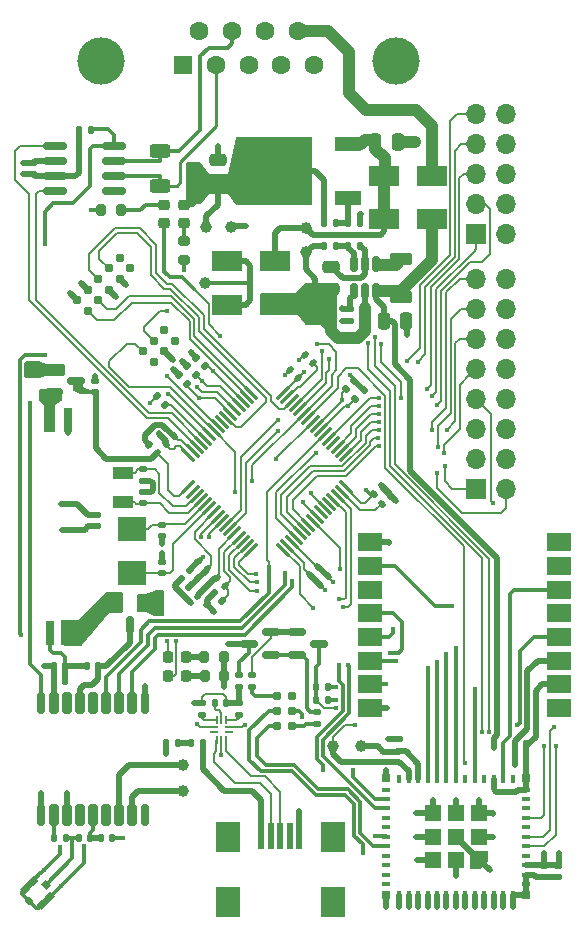
<source format=gbr>
%TF.GenerationSoftware,KiCad,Pcbnew,(6.0.9)*%
%TF.CreationDate,2023-01-07T13:44:11-08:00*%
%TF.ProjectId,gd32-devboard,67643332-2d64-4657-9662-6f6172642e6b,rev?*%
%TF.SameCoordinates,Original*%
%TF.FileFunction,Copper,L1,Top*%
%TF.FilePolarity,Positive*%
%FSLAX46Y46*%
G04 Gerber Fmt 4.6, Leading zero omitted, Abs format (unit mm)*
G04 Created by KiCad (PCBNEW (6.0.9)) date 2023-01-07 13:44:11*
%MOMM*%
%LPD*%
G01*
G04 APERTURE LIST*
G04 Aperture macros list*
%AMRoundRect*
0 Rectangle with rounded corners*
0 $1 Rounding radius*
0 $2 $3 $4 $5 $6 $7 $8 $9 X,Y pos of 4 corners*
0 Add a 4 corners polygon primitive as box body*
4,1,4,$2,$3,$4,$5,$6,$7,$8,$9,$2,$3,0*
0 Add four circle primitives for the rounded corners*
1,1,$1+$1,$2,$3*
1,1,$1+$1,$4,$5*
1,1,$1+$1,$6,$7*
1,1,$1+$1,$8,$9*
0 Add four rect primitives between the rounded corners*
20,1,$1+$1,$2,$3,$4,$5,0*
20,1,$1+$1,$4,$5,$6,$7,0*
20,1,$1+$1,$6,$7,$8,$9,0*
20,1,$1+$1,$8,$9,$2,$3,0*%
%AMRotRect*
0 Rectangle, with rotation*
0 The origin of the aperture is its center*
0 $1 length*
0 $2 width*
0 $3 Rotation angle, in degrees counterclockwise*
0 Add horizontal line*
21,1,$1,$2,0,0,$3*%
%AMFreePoly0*
4,1,15,-0.124998,0.730000,0.725000,0.730000,0.728536,0.728536,0.730000,0.725000,0.730000,-0.725000,0.728536,-0.728536,0.725000,-0.730000,-0.725000,-0.730000,-0.728536,-0.728536,-0.730000,-0.725000,-0.730001,0.125000,-0.728536,0.128536,-0.128536,0.728536,-0.125000,0.730001,-0.124998,0.730000,-0.124998,0.730000,$1*%
%AMFreePoly1*
4,1,19,0.330354,0.790354,0.330500,0.790000,0.330501,0.270000,0.330352,0.269645,0.250500,0.189792,0.250500,-0.189792,0.330354,-0.269646,0.330500,-0.270002,0.330500,-0.790000,0.330354,-0.790354,0.330000,-0.790500,-0.250000,-0.790500,-0.250354,-0.790354,-0.250500,-0.790000,-0.250500,0.790000,-0.250354,0.790354,-0.250000,0.790500,0.330000,0.790500,0.330354,0.790354,0.330354,0.790354,
$1*%
%AMFreePoly2*
4,1,19,0.250354,0.790354,0.250500,0.790000,0.250500,-0.790000,0.250354,-0.790354,0.250000,-0.790500,-0.330000,-0.790500,-0.330354,-0.790354,-0.330500,-0.790000,-0.330501,-0.270000,-0.330354,-0.269646,-0.250500,-0.189793,-0.250500,0.189793,-0.330354,0.269646,-0.330500,0.270002,-0.330500,0.790000,-0.330354,0.790354,-0.330000,0.790500,0.250000,0.790500,0.250354,0.790354,0.250354,0.790354,
$1*%
G04 Aperture macros list end*
%TA.AperFunction,SMDPad,CuDef*%
%ADD10R,0.800000X0.400000*%
%TD*%
%TA.AperFunction,SMDPad,CuDef*%
%ADD11R,0.400000X0.800000*%
%TD*%
%TA.AperFunction,SMDPad,CuDef*%
%ADD12FreePoly0,180.000000*%
%TD*%
%TA.AperFunction,SMDPad,CuDef*%
%ADD13R,1.450000X1.450000*%
%TD*%
%TA.AperFunction,SMDPad,CuDef*%
%ADD14R,0.700000X0.700000*%
%TD*%
%TA.AperFunction,SMDPad,CuDef*%
%ADD15C,1.000000*%
%TD*%
%TA.AperFunction,SMDPad,CuDef*%
%ADD16RoundRect,0.200000X0.275000X-0.200000X0.275000X0.200000X-0.275000X0.200000X-0.275000X-0.200000X0*%
%TD*%
%TA.AperFunction,SMDPad,CuDef*%
%ADD17RoundRect,0.218750X-0.256250X0.218750X-0.256250X-0.218750X0.256250X-0.218750X0.256250X0.218750X0*%
%TD*%
%TA.AperFunction,SMDPad,CuDef*%
%ADD18RoundRect,0.200000X0.200000X0.275000X-0.200000X0.275000X-0.200000X-0.275000X0.200000X-0.275000X0*%
%TD*%
%TA.AperFunction,SMDPad,CuDef*%
%ADD19RoundRect,0.218750X0.218750X0.256250X-0.218750X0.256250X-0.218750X-0.256250X0.218750X-0.256250X0*%
%TD*%
%TA.AperFunction,SMDPad,CuDef*%
%ADD20RotRect,0.600000X0.550000X135.000000*%
%TD*%
%TA.AperFunction,SMDPad,CuDef*%
%ADD21FreePoly1,135.000000*%
%TD*%
%TA.AperFunction,SMDPad,CuDef*%
%ADD22RotRect,0.500000X0.500000X135.000000*%
%TD*%
%TA.AperFunction,SMDPad,CuDef*%
%ADD23FreePoly2,135.000000*%
%TD*%
%TA.AperFunction,SMDPad,CuDef*%
%ADD24RoundRect,0.140000X-0.170000X0.140000X-0.170000X-0.140000X0.170000X-0.140000X0.170000X0.140000X0*%
%TD*%
%TA.AperFunction,SMDPad,CuDef*%
%ADD25RoundRect,0.140000X0.219203X0.021213X0.021213X0.219203X-0.219203X-0.021213X-0.021213X-0.219203X0*%
%TD*%
%TA.AperFunction,SMDPad,CuDef*%
%ADD26RoundRect,0.135000X-0.035355X0.226274X-0.226274X0.035355X0.035355X-0.226274X0.226274X-0.035355X0*%
%TD*%
%TA.AperFunction,SMDPad,CuDef*%
%ADD27RoundRect,0.140000X-0.140000X-0.170000X0.140000X-0.170000X0.140000X0.170000X-0.140000X0.170000X0*%
%TD*%
%TA.AperFunction,SMDPad,CuDef*%
%ADD28R,1.800000X1.000000*%
%TD*%
%TA.AperFunction,SMDPad,CuDef*%
%ADD29R,0.800000X2.000000*%
%TD*%
%TA.AperFunction,SMDPad,CuDef*%
%ADD30RoundRect,0.250000X-0.250000X-0.475000X0.250000X-0.475000X0.250000X0.475000X-0.250000X0.475000X0*%
%TD*%
%TA.AperFunction,SMDPad,CuDef*%
%ADD31RoundRect,0.140000X0.140000X0.170000X-0.140000X0.170000X-0.140000X-0.170000X0.140000X-0.170000X0*%
%TD*%
%TA.AperFunction,ConnectorPad*%
%ADD32C,0.787400*%
%TD*%
%TA.AperFunction,SMDPad,CuDef*%
%ADD33R,2.000000X1.500000*%
%TD*%
%TA.AperFunction,ComponentPad*%
%ADD34R,1.700000X1.700000*%
%TD*%
%TA.AperFunction,ComponentPad*%
%ADD35O,1.700000X1.700000*%
%TD*%
%TA.AperFunction,SMDPad,CuDef*%
%ADD36RoundRect,0.150000X-0.150000X0.512500X-0.150000X-0.512500X0.150000X-0.512500X0.150000X0.512500X0*%
%TD*%
%TA.AperFunction,SMDPad,CuDef*%
%ADD37RoundRect,0.140000X0.021213X-0.219203X0.219203X-0.021213X-0.021213X0.219203X-0.219203X0.021213X0*%
%TD*%
%TA.AperFunction,SMDPad,CuDef*%
%ADD38RoundRect,0.135000X-0.185000X0.135000X-0.185000X-0.135000X0.185000X-0.135000X0.185000X0.135000X0*%
%TD*%
%TA.AperFunction,ComponentPad*%
%ADD39C,4.000000*%
%TD*%
%TA.AperFunction,ComponentPad*%
%ADD40R,1.600000X1.600000*%
%TD*%
%TA.AperFunction,ComponentPad*%
%ADD41C,1.600000*%
%TD*%
%TA.AperFunction,SMDPad,CuDef*%
%ADD42RoundRect,0.135000X-0.135000X-0.185000X0.135000X-0.185000X0.135000X0.185000X-0.135000X0.185000X0*%
%TD*%
%TA.AperFunction,SMDPad,CuDef*%
%ADD43R,2.500000X1.800000*%
%TD*%
%TA.AperFunction,SMDPad,CuDef*%
%ADD44RoundRect,0.140000X-0.021213X0.219203X-0.219203X0.021213X0.021213X-0.219203X0.219203X-0.021213X0*%
%TD*%
%TA.AperFunction,SMDPad,CuDef*%
%ADD45RoundRect,0.150000X0.587500X0.150000X-0.587500X0.150000X-0.587500X-0.150000X0.587500X-0.150000X0*%
%TD*%
%TA.AperFunction,SMDPad,CuDef*%
%ADD46RoundRect,0.135000X-0.226274X-0.035355X-0.035355X-0.226274X0.226274X0.035355X0.035355X0.226274X0*%
%TD*%
%TA.AperFunction,SMDPad,CuDef*%
%ADD47RoundRect,0.150000X-0.587500X-0.150000X0.587500X-0.150000X0.587500X0.150000X-0.587500X0.150000X0*%
%TD*%
%TA.AperFunction,SMDPad,CuDef*%
%ADD48RoundRect,0.175000X-0.175000X0.725000X-0.175000X-0.725000X0.175000X-0.725000X0.175000X0.725000X0*%
%TD*%
%TA.AperFunction,SMDPad,CuDef*%
%ADD49RoundRect,0.200000X-0.200000X0.700000X-0.200000X-0.700000X0.200000X-0.700000X0.200000X0.700000X0*%
%TD*%
%TA.AperFunction,SMDPad,CuDef*%
%ADD50R,0.762000X0.254000*%
%TD*%
%TA.AperFunction,SMDPad,CuDef*%
%ADD51R,0.254000X0.762000*%
%TD*%
%TA.AperFunction,SMDPad,CuDef*%
%ADD52RoundRect,0.140000X0.170000X-0.140000X0.170000X0.140000X-0.170000X0.140000X-0.170000X-0.140000X0*%
%TD*%
%TA.AperFunction,SMDPad,CuDef*%
%ADD53R,2.200000X1.200000*%
%TD*%
%TA.AperFunction,SMDPad,CuDef*%
%ADD54R,6.400000X5.800000*%
%TD*%
%TA.AperFunction,SMDPad,CuDef*%
%ADD55RoundRect,0.135000X0.135000X0.185000X-0.135000X0.185000X-0.135000X-0.185000X0.135000X-0.185000X0*%
%TD*%
%TA.AperFunction,SMDPad,CuDef*%
%ADD56RoundRect,0.075000X-0.441942X-0.548008X0.548008X0.441942X0.441942X0.548008X-0.548008X-0.441942X0*%
%TD*%
%TA.AperFunction,SMDPad,CuDef*%
%ADD57RoundRect,0.075000X0.441942X-0.548008X0.548008X-0.441942X-0.441942X0.548008X-0.548008X0.441942X0*%
%TD*%
%TA.AperFunction,SMDPad,CuDef*%
%ADD58RoundRect,0.135000X0.185000X-0.135000X0.185000X0.135000X-0.185000X0.135000X-0.185000X-0.135000X0*%
%TD*%
%TA.AperFunction,SMDPad,CuDef*%
%ADD59R,2.400000X2.000000*%
%TD*%
%TA.AperFunction,SMDPad,CuDef*%
%ADD60RoundRect,0.250000X0.475000X-0.250000X0.475000X0.250000X-0.475000X0.250000X-0.475000X-0.250000X0*%
%TD*%
%TA.AperFunction,SMDPad,CuDef*%
%ADD61R,0.500000X2.300000*%
%TD*%
%TA.AperFunction,SMDPad,CuDef*%
%ADD62R,2.000000X2.500000*%
%TD*%
%TA.AperFunction,SMDPad,CuDef*%
%ADD63RoundRect,0.250000X0.700000X-0.275000X0.700000X0.275000X-0.700000X0.275000X-0.700000X-0.275000X0*%
%TD*%
%TA.AperFunction,SMDPad,CuDef*%
%ADD64RoundRect,0.147500X0.226274X0.017678X0.017678X0.226274X-0.226274X-0.017678X-0.017678X-0.226274X0*%
%TD*%
%TA.AperFunction,SMDPad,CuDef*%
%ADD65RoundRect,0.147500X0.147500X0.172500X-0.147500X0.172500X-0.147500X-0.172500X0.147500X-0.172500X0*%
%TD*%
%TA.AperFunction,SMDPad,CuDef*%
%ADD66RoundRect,0.150000X-0.150000X0.587500X-0.150000X-0.587500X0.150000X-0.587500X0.150000X0.587500X0*%
%TD*%
%TA.AperFunction,SMDPad,CuDef*%
%ADD67RoundRect,0.150000X-0.825000X-0.150000X0.825000X-0.150000X0.825000X0.150000X-0.825000X0.150000X0*%
%TD*%
%TA.AperFunction,SMDPad,CuDef*%
%ADD68RoundRect,0.250000X-0.625000X0.312500X-0.625000X-0.312500X0.625000X-0.312500X0.625000X0.312500X0*%
%TD*%
%TA.AperFunction,ViaPad*%
%ADD69C,0.450000*%
%TD*%
%TA.AperFunction,ViaPad*%
%ADD70C,0.800000*%
%TD*%
%TA.AperFunction,Conductor*%
%ADD71C,0.200000*%
%TD*%
%TA.AperFunction,Conductor*%
%ADD72C,0.500000*%
%TD*%
%TA.AperFunction,Conductor*%
%ADD73C,0.305800*%
%TD*%
%TA.AperFunction,Conductor*%
%ADD74C,1.000000*%
%TD*%
%TA.AperFunction,Conductor*%
%ADD75C,0.250000*%
%TD*%
%TA.AperFunction,Conductor*%
%ADD76C,0.180000*%
%TD*%
G04 APERTURE END LIST*
D10*
%TO.P,U302,1,GND*%
%TO.N,GND*%
X62511204Y-104656204D03*
%TO.P,U302,2,GND*%
X62511204Y-103856204D03*
%TO.P,U302,3,3V3*%
%TO.N,+3V3*%
X62511204Y-103056204D03*
%TO.P,U302,4,NC*%
%TO.N,unconnected-(U302-Pad4)*%
X62511204Y-102256204D03*
%TO.P,U302,5,IO2*%
%TO.N,/Wireless/LORA_MISO*%
X62511204Y-101456204D03*
%TO.P,U302,6,IO3*%
%TO.N,/Wireless/LORA_BUSY*%
X62511204Y-100656204D03*
%TO.P,U302,7,NC*%
%TO.N,unconnected-(U302-Pad7)*%
X62511204Y-99856204D03*
%TO.P,U302,8,EN*%
%TO.N,/Wireless/HCI_EN*%
X62511204Y-99056204D03*
%TO.P,U302,9,NC*%
%TO.N,unconnected-(U302-Pad9)*%
X62511204Y-98256204D03*
%TO.P,U302,10,NC*%
%TO.N,unconnected-(U302-Pad10)*%
X62511204Y-97456204D03*
%TO.P,U302,11,GND*%
%TO.N,GND*%
X62511204Y-96656204D03*
D11*
%TO.P,U302,12,IO0*%
%TO.N,unconnected-(U302-Pad12)*%
X61411204Y-95756204D03*
%TO.P,U302,13,IO1*%
%TO.N,/Wireless/LORA_DIO1*%
X60611204Y-95756204D03*
%TO.P,U302,14,GND*%
%TO.N,GND*%
X59811204Y-95756204D03*
%TO.P,U302,15,NC*%
%TO.N,unconnected-(U302-Pad15)*%
X59011204Y-95756204D03*
%TO.P,U302,16,IO10*%
%TO.N,/Wireless/LORA_NSS*%
X58211204Y-95756204D03*
%TO.P,U302,17,NC*%
%TO.N,unconnected-(U302-Pad17)*%
X57411204Y-95756204D03*
%TO.P,U302,18,IO4*%
%TO.N,/Base/USART2_RX*%
X56611204Y-95756204D03*
%TO.P,U302,19,IO5*%
%TO.N,/Base/USART2_TX*%
X55811204Y-95756204D03*
%TO.P,U302,20,IO6*%
%TO.N,/Wireless/LORA_SCK*%
X55011204Y-95756204D03*
%TO.P,U302,21,IO7*%
%TO.N,/Wireless/LORA_MOSI*%
X54211204Y-95756204D03*
%TO.P,U302,22,IO8*%
%TO.N,/Wireless/IO8*%
X53411204Y-95756204D03*
%TO.P,U302,23,IO9*%
%TO.N,/Wireless/IO9*%
X52611204Y-95756204D03*
%TO.P,U302,24,NC*%
%TO.N,unconnected-(U302-Pad24)*%
X51811204Y-95756204D03*
D10*
%TO.P,U302,25,NC*%
%TO.N,unconnected-(U302-Pad25)*%
X50711204Y-96656204D03*
%TO.P,U302,26,IO18*%
%TO.N,/Base/USART2_CTS*%
X50711204Y-97456204D03*
%TO.P,U302,27,IO19*%
%TO.N,/Base/USART2_RTS*%
X50711204Y-98256204D03*
%TO.P,U302,28,NC*%
%TO.N,unconnected-(U302-Pad28)*%
X50711204Y-99056204D03*
%TO.P,U302,29,NC*%
%TO.N,unconnected-(U302-Pad29)*%
X50711204Y-99856204D03*
%TO.P,U302,30,RXD0*%
%TO.N,/Wireless/PROG_RX*%
X50711204Y-100656204D03*
%TO.P,U302,31,TXD0*%
%TO.N,/Wireless/PROG_TX*%
X50711204Y-101456204D03*
%TO.P,U302,32,NC*%
%TO.N,unconnected-(U302-Pad32)*%
X50711204Y-102256204D03*
%TO.P,U302,33,NC*%
%TO.N,unconnected-(U302-Pad33)*%
X50711204Y-103056204D03*
%TO.P,U302,34,NC*%
%TO.N,unconnected-(U302-Pad34)*%
X50711204Y-103856204D03*
%TO.P,U302,35,NC*%
%TO.N,unconnected-(U302-Pad35)*%
X50711204Y-104656204D03*
D11*
%TO.P,U302,36,GND*%
%TO.N,GND*%
X51811204Y-105556204D03*
%TO.P,U302,37,GND*%
X52611204Y-105556204D03*
%TO.P,U302,38,GND*%
X53411204Y-105556204D03*
%TO.P,U302,39,GND*%
X54211204Y-105556204D03*
%TO.P,U302,40,GND*%
X55011204Y-105556204D03*
%TO.P,U302,41,GND*%
X55811204Y-105556204D03*
%TO.P,U302,42,GND*%
X56611204Y-105556204D03*
%TO.P,U302,43,GND*%
X57411204Y-105556204D03*
%TO.P,U302,44,GND*%
X58211204Y-105556204D03*
%TO.P,U302,45,GND*%
X59011204Y-105556204D03*
%TO.P,U302,46,GND*%
X59811204Y-105556204D03*
%TO.P,U302,47,GND*%
X60611204Y-105556204D03*
%TO.P,U302,48,GND*%
X61411204Y-105556204D03*
D12*
%TO.P,U302,49_1,GND*%
X58586204Y-102631204D03*
D13*
%TO.P,U302,49_2,GND*%
X56611204Y-102631204D03*
%TO.P,U302,49_3,GND*%
X54636204Y-102631204D03*
%TO.P,U302,49_4,GND*%
X54636204Y-100656204D03*
%TO.P,U302,49_5,GND*%
X54636204Y-98681204D03*
%TO.P,U302,49_6,GND*%
X56611204Y-98681204D03*
%TO.P,U302,49_7,GND*%
X58586204Y-98681204D03*
%TO.P,U302,49_8,GND*%
X58586204Y-100656204D03*
%TO.P,U302,49_9,GND*%
X56611204Y-100656204D03*
D14*
%TO.P,U302,50,GND*%
X50661204Y-105606204D03*
%TO.P,U302,51,GND*%
X50661204Y-95706204D03*
%TO.P,U302,52,GND*%
X62561204Y-95706204D03*
%TO.P,U302,53,GND*%
X62561204Y-105606204D03*
%TD*%
D15*
%TO.P,TP405,1,1*%
%TO.N,+12V*%
X35375000Y-53750000D03*
%TD*%
D16*
%TO.P,R408,1*%
%TO.N,GND*%
X33550000Y-51850000D03*
%TO.P,R408,2*%
%TO.N,Net-(D405-Pad2)*%
X33550000Y-50200000D03*
%TD*%
D17*
%TO.P,D405,1,K*%
%TO.N,+3V3*%
X33550000Y-47137500D03*
%TO.P,D405,2,A*%
%TO.N,Net-(D405-Pad2)*%
X33550000Y-48712500D03*
%TD*%
D18*
%TO.P,R206,1*%
%TO.N,/Base/LED_STATUS_ANODE*%
X28250000Y-47625000D03*
%TO.P,R206,2*%
%TO.N,+3V3*%
X26600000Y-47625000D03*
%TD*%
D17*
%TO.P,D204,1,K*%
%TO.N,/Base/LED_STATUS_ANODE*%
X31925000Y-47137500D03*
%TO.P,D204,2,A*%
%TO.N,/Base/LED_STATUS*%
X31925000Y-48712500D03*
%TD*%
D18*
%TO.P,R205,1*%
%TO.N,+3V3*%
X36990000Y-87045000D03*
%TO.P,R205,2*%
%TO.N,/Base/LED_LINK_ANODE*%
X35340000Y-87045000D03*
%TD*%
%TO.P,R204,1*%
%TO.N,+3V3*%
X36952500Y-85405000D03*
%TO.P,R204,2*%
%TO.N,/Base/LED_ACT_ANODE*%
X35302500Y-85405000D03*
%TD*%
D19*
%TO.P,D203,1,K*%
%TO.N,/Base/LED_LINK_ANODE*%
X33787500Y-87050000D03*
%TO.P,D203,2,A*%
%TO.N,/Base/LED_LINK*%
X32212500Y-87050000D03*
%TD*%
%TO.P,D202,1,K*%
%TO.N,/Base/LED_ACT_ANODE*%
X33775000Y-85400000D03*
%TO.P,D202,2,A*%
%TO.N,/Base/LED_ACT*%
X32200000Y-85400000D03*
%TD*%
D20*
%TO.P,AE301,1*%
%TO.N,/Wireless/ACT_ANT_IN*%
X21889429Y-104710571D03*
D21*
%TO.P,AE301,G1*%
%TO.N,GND*%
X21907107Y-106107107D03*
D22*
%TO.P,AE301,G2*%
X20492893Y-106107107D03*
D23*
%TO.P,AE301,G3*%
X20492893Y-104692893D03*
%TD*%
D24*
%TO.P,C701,1*%
%TO.N,+3V3*%
X26186204Y-73403796D03*
%TO.P,C701,2*%
%TO.N,GND*%
X26186204Y-74363796D03*
%TD*%
D25*
%TO.P,C207,1*%
%TO.N,/Base/VCAP_2*%
X44480696Y-60552757D03*
%TO.P,C207,2*%
%TO.N,GND*%
X43801874Y-59873935D03*
%TD*%
D26*
%TO.P,R702,1*%
%TO.N,+3V3*%
X48828651Y-62839046D03*
%TO.P,R702,2*%
%TO.N,/Storage/DAT0*%
X48107403Y-63560294D03*
%TD*%
D24*
%TO.P,C205,1*%
%TO.N,/Base/HSI_IN*%
X31706204Y-74223796D03*
%TO.P,C205,2*%
%TO.N,GND*%
X31706204Y-75183796D03*
%TD*%
%TO.P,C306,1*%
%TO.N,+3V3*%
X64076204Y-103093795D03*
%TO.P,C306,2*%
%TO.N,GND*%
X64076204Y-104053795D03*
%TD*%
D27*
%TO.P,C310,1*%
%TO.N,+3V3*%
X61593795Y-93843796D03*
%TO.P,C310,2*%
%TO.N,GND*%
X62553795Y-93843796D03*
%TD*%
D28*
%TO.P,Y201,1,1*%
%TO.N,/Base/RCC_OSC32_OUT*%
X28406204Y-72343796D03*
%TO.P,Y201,2,2*%
%TO.N,/Base/RCC_OSC32_IN*%
X28406204Y-69843796D03*
%TD*%
D29*
%TO.P,BT201,1,+*%
%TO.N,Net-(BT201-Pad1)*%
X22230000Y-65350000D03*
%TO.P,BT201,2,-*%
%TO.N,GND*%
X23730000Y-65350000D03*
%TD*%
D30*
%TO.P,C403,1*%
%TO.N,/Power/USB_VBUS*%
X50527450Y-56965009D03*
%TO.P,C403,2*%
%TO.N,GND*%
X52427450Y-56965009D03*
%TD*%
D31*
%TO.P,C302,1*%
%TO.N,GND*%
X23553795Y-87446204D03*
%TO.P,C302,2*%
%TO.N,+3V3*%
X22593795Y-87446204D03*
%TD*%
D32*
%TO.P,J301,1,Pin_1*%
%TO.N,/Wireless/PROG_DTR*%
X41431203Y-88733795D03*
%TO.P,J301,2,Pin_2*%
%TO.N,unconnected-(J301-Pad2)*%
X42701203Y-88733795D03*
%TO.P,J301,3,Pin_3*%
%TO.N,/Wireless/PROG_RX*%
X41431203Y-90003795D03*
%TO.P,J301,4,Pin_4*%
%TO.N,GND*%
X42701203Y-90003795D03*
%TO.P,J301,5,Pin_5*%
%TO.N,/Wireless/PROG_TX*%
X41431203Y-91273795D03*
%TO.P,J301,6,Pin_6*%
%TO.N,/Wireless/PROG_RTS*%
X42701203Y-91273795D03*
%TD*%
D25*
%TO.P,C215,1*%
%TO.N,+3.3VA*%
X37024517Y-79447098D03*
%TO.P,C215,2*%
%TO.N,GND*%
X36345695Y-78768276D03*
%TD*%
D33*
%TO.P,U304,1,ANT*%
%TO.N,unconnected-(U304-Pad1)*%
X65340000Y-89730000D03*
%TO.P,U304,2,GND*%
%TO.N,GND*%
X65340000Y-87730000D03*
%TO.P,U304,3,VCC*%
%TO.N,+3V3*%
X65340000Y-85730000D03*
%TO.P,U304,4,~{RESET}*%
%TO.N,/Wireless/IO9*%
X65340000Y-83730000D03*
%TO.P,U304,5,TXEN*%
%TO.N,unconnected-(U304-Pad5)*%
X65340000Y-81730000D03*
%TO.P,U304,6,DIO1*%
%TO.N,/Wireless/LORA_DIO1*%
X65340000Y-79730000D03*
%TO.P,U304,7,DIO2*%
%TO.N,/Wireless/LORA_DIO2*%
X65340000Y-77730000D03*
%TO.P,U304,8,DIO3*%
%TO.N,/Wireless/LORA_DIO3*%
X65340000Y-75730000D03*
%TO.P,U304,9,GND*%
%TO.N,GND*%
X49340000Y-75730000D03*
%TO.P,U304,10,BUSY*%
%TO.N,/Wireless/LORA_BUSY*%
X49340000Y-77730000D03*
%TO.P,U304,11,RXEN*%
%TO.N,unconnected-(U304-Pad11)*%
X49340000Y-79730000D03*
%TO.P,U304,12,SCK*%
%TO.N,/Wireless/LORA_SCK*%
X49340000Y-81730000D03*
%TO.P,U304,13,MISO*%
%TO.N,/Wireless/LORA_MISO*%
X49340000Y-83730000D03*
%TO.P,U304,14,MOSI*%
%TO.N,/Wireless/LORA_MOSI*%
X49340000Y-85730000D03*
%TO.P,U304,15,NSS*%
%TO.N,/Wireless/LORA_NSS*%
X49340000Y-87730000D03*
%TO.P,U304,16,GND*%
%TO.N,GND*%
X49340000Y-89730000D03*
%TD*%
D15*
%TO.P,TP301,1,1*%
%TO.N,/Wireless/GPS_SDA*%
X33466205Y-94586204D03*
%TD*%
D34*
%TO.P,J901,1,Pin_1*%
%TO.N,/Base/SPI2_SCK*%
X58300000Y-49620000D03*
D35*
%TO.P,J901,2,Pin_2*%
%TO.N,GND*%
X60840000Y-49620000D03*
%TO.P,J901,3,Pin_3*%
%TO.N,/Base/SPI2_NSS*%
X58300000Y-47080000D03*
%TO.P,J901,4,Pin_4*%
%TO.N,GND*%
X60840000Y-47080000D03*
%TO.P,J901,5,Pin_5*%
%TO.N,/Base/SPI2_INT*%
X58300000Y-44540000D03*
%TO.P,J901,6,Pin_6*%
%TO.N,GND*%
X60840000Y-44540000D03*
%TO.P,J901,7,Pin_7*%
%TO.N,/Base/SPI2_MOSI*%
X58300000Y-42000000D03*
%TO.P,J901,8,Pin_8*%
%TO.N,GND*%
X60840000Y-42000000D03*
%TO.P,J901,9,Pin_9*%
%TO.N,/Base/SPI2_MISO*%
X58300000Y-39460000D03*
%TO.P,J901,10,Pin_10*%
%TO.N,GND*%
X60840000Y-39460000D03*
%TD*%
D36*
%TO.P,U402,1,SW*%
%TO.N,/Power/SW*%
X49842550Y-52196297D03*
%TO.P,U402,2,GND*%
%TO.N,GND*%
X48892550Y-52196297D03*
%TO.P,U402,3,FB*%
%TO.N,/Power/FB*%
X47942550Y-52196297D03*
%TO.P,U402,4,EN*%
%TO.N,/Base/BOOST_EN*%
X47942550Y-54471297D03*
%TO.P,U402,5,VOUT*%
%TO.N,/Power/VOUT*%
X48892550Y-54471297D03*
%TO.P,U402,6,VI*%
%TO.N,/Power/USB_VBUS*%
X49842550Y-54471297D03*
%TD*%
D27*
%TO.P,C303,1*%
%TO.N,GND*%
X25363796Y-86203796D03*
%TO.P,C303,2*%
%TO.N,/Wireless/GPS_VBACKUP*%
X26323796Y-86203796D03*
%TD*%
D37*
%TO.P,C214,1*%
%TO.N,+3V3*%
X32077465Y-67438198D03*
%TO.P,C214,2*%
%TO.N,GND*%
X32756287Y-66759376D03*
%TD*%
D38*
%TO.P,R306,1*%
%TO.N,+3V3*%
X51811204Y-92406204D03*
%TO.P,R306,2*%
%TO.N,/Wireless/IO8*%
X51811204Y-93426204D03*
%TD*%
D27*
%TO.P,C304,1*%
%TO.N,/Wireless/VCC_RF*%
X26520000Y-100740000D03*
%TO.P,C304,2*%
%TO.N,GND*%
X27480000Y-100740000D03*
%TD*%
D39*
%TO.P,J401,0,PAD*%
%TO.N,unconnected-(J401-Pad0)*%
X26556205Y-34996866D03*
X51556205Y-34996866D03*
D40*
%TO.P,J401,1,1*%
%TO.N,unconnected-(J401-Pad1)*%
X33516205Y-35296866D03*
D41*
%TO.P,J401,2,2*%
%TO.N,/CAN/CAN_L*%
X36286205Y-35296866D03*
%TO.P,J401,3,3*%
%TO.N,GND*%
X39056205Y-35296866D03*
%TO.P,J401,4,4*%
%TO.N,unconnected-(J401-Pad4)*%
X41826205Y-35296866D03*
%TO.P,J401,5,5*%
%TO.N,unconnected-(J401-Pad5)*%
X44596205Y-35296866D03*
%TO.P,J401,6,6*%
%TO.N,unconnected-(J401-Pad6)*%
X34901205Y-32456866D03*
%TO.P,J401,7,7*%
%TO.N,/CAN/CAN_H*%
X37671205Y-32456866D03*
%TO.P,J401,8,8*%
%TO.N,unconnected-(J401-Pad8)*%
X40441205Y-32456866D03*
%TO.P,J401,9,9*%
%TO.N,/Power/12VIN*%
X43211205Y-32456866D03*
%TD*%
D42*
%TO.P,R308,1*%
%TO.N,/Wireless/GPS_RF_IN*%
X22590000Y-100750000D03*
%TO.P,R308,2*%
%TO.N,/Wireless/ACT_ANT_IN*%
X23610000Y-100750000D03*
%TD*%
D43*
%TO.P,D403,1,K*%
%TO.N,+12V*%
X37263796Y-55616204D03*
%TO.P,D403,2,A*%
%TO.N,/Power/VOUT*%
X41263796Y-55616204D03*
%TD*%
D44*
%TO.P,C210,1*%
%TO.N,+3V3*%
X45746535Y-78614087D03*
%TO.P,C210,2*%
%TO.N,GND*%
X45067713Y-79292909D03*
%TD*%
D45*
%TO.P,Q302,1,B*%
%TO.N,Net-(Q301-Pad2)*%
X40933703Y-85253796D03*
%TO.P,Q302,2,E*%
%TO.N,Net-(Q301-Pad1)*%
X40933703Y-83353796D03*
%TO.P,Q302,3,C*%
%TO.N,/Wireless/IO9*%
X39058703Y-84303796D03*
%TD*%
D46*
%TO.P,R203,1*%
%TO.N,GND*%
X31291782Y-63346482D03*
%TO.P,R203,2*%
%TO.N,/Base/BOOT0*%
X32013030Y-64067730D03*
%TD*%
%TO.P,R202,1*%
%TO.N,GND*%
X34087071Y-78042171D03*
%TO.P,R202,2*%
%TO.N,/Base/~{RESET}*%
X34808319Y-78763419D03*
%TD*%
D24*
%TO.P,C308,1*%
%TO.N,+3V3*%
X65276205Y-103093795D03*
%TO.P,C308,2*%
%TO.N,GND*%
X65276205Y-104053795D03*
%TD*%
D47*
%TO.P,D201,1*%
%TO.N,+3V3*%
X22546296Y-61093796D03*
%TO.P,D201,2*%
%TO.N,Net-(BT201-Pad1)*%
X22546296Y-62993796D03*
%TO.P,D201,3*%
%TO.N,/Base/VBAT*%
X24421296Y-62043796D03*
%TD*%
D15*
%TO.P,TP404,1,1*%
%TO.N,GND*%
X37567129Y-48983796D03*
%TD*%
D48*
%TO.P,U301,1,GND*%
%TO.N,GND*%
X30280000Y-89340000D03*
D49*
%TO.P,U301,2,TXD*%
%TO.N,/Base/USART3_RX*%
X29180000Y-89340000D03*
%TO.P,U301,3,RXD*%
%TO.N,/Base/USART3_TX*%
X28080000Y-89340000D03*
%TO.P,U301,4,TIMEPULSE*%
%TO.N,/Base/GPS_PPS*%
X26980000Y-89340000D03*
%TO.P,U301,5,EXTINT*%
%TO.N,unconnected-(U301-Pad5)*%
X25880000Y-89340000D03*
%TO.P,U301,6,V_BCKP*%
%TO.N,/Wireless/GPS_VBACKUP*%
X24780000Y-89340000D03*
%TO.P,U301,7,VCC_IO*%
%TO.N,unconnected-(U301-Pad7)*%
X23680000Y-89340000D03*
%TO.P,U301,8,VCC*%
%TO.N,+3V3*%
X22580000Y-89340000D03*
D48*
%TO.P,U301,9,~{RESET}*%
%TO.N,/Base/~{GPS_RESET}*%
X21480000Y-89340000D03*
%TO.P,U301,10,GND*%
%TO.N,GND*%
X21480000Y-98840000D03*
D49*
%TO.P,U301,11,RF_IN*%
%TO.N,/Wireless/GPS_RF_IN*%
X22580000Y-98840000D03*
%TO.P,U301,12,GND*%
%TO.N,GND*%
X23680000Y-98840000D03*
%TO.P,U301,13,LNA_EN*%
%TO.N,unconnected-(U301-Pad13)*%
X24780000Y-98840000D03*
%TO.P,U301,14,VCC_RF*%
%TO.N,/Wireless/VCC_RF*%
X25880000Y-98840000D03*
%TO.P,U301,15,Reserved*%
%TO.N,unconnected-(U301-Pad15)*%
X26980000Y-98840000D03*
%TO.P,U301,16,SDA*%
%TO.N,/Wireless/GPS_SDA*%
X28080000Y-98840000D03*
%TO.P,U301,17,SCL*%
%TO.N,/Wireless/GPS_SCL*%
X29180000Y-98840000D03*
D48*
%TO.P,U301,18,~{SAFEBOOT}*%
%TO.N,unconnected-(U301-Pad18)*%
X30280000Y-98840000D03*
%TD*%
D50*
%TO.P,U601,1,D1+*%
%TO.N,/Base/USB_DM*%
X36089403Y-91393405D03*
%TO.P,U601,2,D2+*%
%TO.N,/USB/D2_M*%
X36089403Y-91799805D03*
D51*
%TO.P,U601,3,D+*%
%TO.N,/USB/USB_CON_DM*%
X36343403Y-92460205D03*
%TO.P,U601,4,GND*%
%TO.N,/USB/USB_ESD_GND*%
X36749803Y-92460205D03*
%TO.P,U601,5,D-*%
%TO.N,/USB/USB_CON_DP*%
X37156203Y-92460205D03*
D50*
%TO.P,U601,6,D2-*%
%TO.N,/USB/D2_P*%
X37410203Y-91799805D03*
%TO.P,U601,7,D1-*%
%TO.N,/Base/USB_DP*%
X37410203Y-91393405D03*
D51*
%TO.P,U601,8,~OE*%
%TO.N,/USB/DEN*%
X37156203Y-90733005D03*
%TO.P,U601,9,VCC*%
%TO.N,/USB/USB_ESD_VCC*%
X36749803Y-90733005D03*
%TO.P,U601,10,S*%
%TO.N,/USB/DSEL*%
X36343403Y-90733005D03*
%TD*%
D38*
%TO.P,R301,1*%
%TO.N,Net-(Q301-Pad1)*%
X39336204Y-86923796D03*
%TO.P,R301,2*%
%TO.N,/Wireless/PROG_DTR*%
X39336204Y-87943796D03*
%TD*%
D34*
%TO.P,J801,1,Pin_1*%
%TO.N,/Base/USART1_RX*%
X58300000Y-71200001D03*
D35*
%TO.P,J801,2,Pin_2*%
%TO.N,/Base/USART1_TX*%
X60840000Y-71200001D03*
%TO.P,J801,3,Pin_3*%
%TO.N,/Base/SPI1_INT*%
X58300000Y-68660001D03*
%TO.P,J801,4,Pin_4*%
%TO.N,GND*%
X60840000Y-68660001D03*
%TO.P,J801,5,Pin_5*%
%TO.N,/Base/BOOT1*%
X58300000Y-66120001D03*
%TO.P,J801,6,Pin_6*%
%TO.N,GND*%
X60840000Y-66120001D03*
%TO.P,J801,7,Pin_7*%
%TO.N,/Base/SPI1_IO1*%
X58300000Y-63580001D03*
%TO.P,J801,8,Pin_8*%
%TO.N,GND*%
X60840000Y-63580001D03*
%TO.P,J801,9,Pin_9*%
%TO.N,/Base/SPI1_NSS*%
X58300000Y-61040001D03*
%TO.P,J801,10,Pin_10*%
%TO.N,GND*%
X60840000Y-61040001D03*
%TO.P,J801,11,Pin_11*%
%TO.N,/Base/SPI1_MISO*%
X58300000Y-58500001D03*
%TO.P,J801,12,Pin_12*%
%TO.N,GND*%
X60840000Y-58500001D03*
%TO.P,J801,13,Pin_13*%
%TO.N,/Base/SPI1_MOSI*%
X58300000Y-55960001D03*
%TO.P,J801,14,Pin_14*%
%TO.N,GND*%
X60840000Y-55960001D03*
%TO.P,J801,15,Pin_15*%
%TO.N,/Base/SPI1_SCK*%
X58300000Y-53420001D03*
%TO.P,J801,16,Pin_16*%
%TO.N,GND*%
X60840000Y-53420001D03*
%TD*%
D52*
%TO.P,C208,1*%
%TO.N,/Base/VBAT*%
X26086204Y-63003796D03*
%TO.P,C208,2*%
%TO.N,GND*%
X26086204Y-62043796D03*
%TD*%
%TO.P,C204,1*%
%TO.N,/Base/RCC_OSC32_OUT*%
X30136204Y-72426204D03*
%TO.P,C204,2*%
%TO.N,GND*%
X30136204Y-71466204D03*
%TD*%
D15*
%TO.P,TP401,1,1*%
%TO.N,/Power/VIN*%
X43903796Y-49093796D03*
%TD*%
%TO.P,TP403,1,1*%
%TO.N,/Power/VOUT*%
X43903796Y-51173796D03*
%TD*%
D53*
%TO.P,U401,1,ADJ*%
%TO.N,/Power/ADJ*%
X47486204Y-46596204D03*
D54*
%TO.P,U401,2,VO*%
%TO.N,+3V3*%
X41186204Y-44316204D03*
D53*
%TO.P,U401,3,VI*%
%TO.N,/Power/VIN*%
X47486204Y-42036204D03*
%TD*%
D46*
%TO.P,R201,1*%
%TO.N,+3V3*%
X33328344Y-78800896D03*
%TO.P,R201,2*%
%TO.N,/Base/~{RESET}*%
X34049592Y-79522144D03*
%TD*%
D55*
%TO.P,R402,1*%
%TO.N,/Base/USB_VBUS*%
X33086205Y-92681204D03*
%TO.P,R402,2*%
%TO.N,GND*%
X32066205Y-92681204D03*
%TD*%
D56*
%TO.P,U201,1,VBAT*%
%TO.N,/Base/VBAT*%
X33969315Y-71074977D03*
%TO.P,U201,2,PC13*%
%TO.N,unconnected-(U201-Pad2)*%
X34322868Y-71428530D03*
%TO.P,U201,3,PC14*%
%TO.N,/Base/RCC_OSC32_IN*%
X34676421Y-71782083D03*
%TO.P,U201,4,PC15*%
%TO.N,/Base/RCC_OSC32_OUT*%
X35029975Y-72135637D03*
%TO.P,U201,5,PH0*%
%TO.N,/Base/HSI_IN*%
X35383528Y-72489190D03*
%TO.P,U201,6,PH1*%
%TO.N,/Base/HSI_OUT*%
X35737082Y-72842744D03*
%TO.P,U201,7,NRST*%
%TO.N,/Base/~{RESET}*%
X36090635Y-73196297D03*
%TO.P,U201,8,PC0*%
%TO.N,/Base/LED_ACT*%
X36444188Y-73549850D03*
%TO.P,U201,9,PC1*%
%TO.N,/Base/LED_LINK*%
X36797742Y-73903404D03*
%TO.P,U201,10,PC2*%
%TO.N,/Base/SPI2_MISO*%
X37151295Y-74256957D03*
%TO.P,U201,11,PC3*%
%TO.N,/Base/SPI2_MOSI*%
X37504848Y-74610510D03*
%TO.P,U201,12,VSSA*%
%TO.N,GND*%
X37858402Y-74964064D03*
%TO.P,U201,13,VDDA*%
%TO.N,+3.3VA*%
X38211955Y-75317617D03*
%TO.P,U201,14,PA0*%
%TO.N,/Base/USART2_CTS*%
X38565509Y-75671171D03*
%TO.P,U201,15,PA1*%
%TO.N,/Base/USART2_RTS*%
X38919062Y-76024724D03*
%TO.P,U201,16,PA2*%
%TO.N,/Base/USART2_TX*%
X39272615Y-76378277D03*
D57*
%TO.P,U201,17,PA3*%
%TO.N,/Base/USART2_RX*%
X41994977Y-76378277D03*
%TO.P,U201,18,VSS*%
%TO.N,GND*%
X42348530Y-76024724D03*
%TO.P,U201,19,VDD*%
%TO.N,+3V3*%
X42702083Y-75671171D03*
%TO.P,U201,20,PA4*%
%TO.N,/Base/SPI1_NSS*%
X43055637Y-75317617D03*
%TO.P,U201,21,PA5*%
%TO.N,/Base/SPI1_SCK*%
X43409190Y-74964064D03*
%TO.P,U201,22,PA6*%
%TO.N,/Base/SPI1_MISO*%
X43762744Y-74610510D03*
%TO.P,U201,23,PA7*%
%TO.N,/Base/SPI1_MOSI*%
X44116297Y-74256957D03*
%TO.P,U201,24,PC4*%
%TO.N,/Base/CAN_STBY*%
X44469850Y-73903404D03*
%TO.P,U201,25,PC5*%
%TO.N,/Base/SPI1_IO1*%
X44823404Y-73549850D03*
%TO.P,U201,26,PB0*%
%TO.N,unconnected-(U201-Pad26)*%
X45176957Y-73196297D03*
%TO.P,U201,27,PB1*%
%TO.N,/Base/BOOT1*%
X45530510Y-72842744D03*
%TO.P,U201,28,PB2*%
%TO.N,unconnected-(U201-Pad28)*%
X45884064Y-72489190D03*
%TO.P,U201,29,PB10*%
%TO.N,/Base/USART3_TX*%
X46237617Y-72135637D03*
%TO.P,U201,30,PB11*%
%TO.N,/Base/USART3_RX*%
X46591171Y-71782083D03*
%TO.P,U201,31,VCAP_1*%
%TO.N,/Base/VCAP_1*%
X46944724Y-71428530D03*
%TO.P,U201,32,VDD*%
%TO.N,+3V3*%
X47298277Y-71074977D03*
D56*
%TO.P,U201,33,PB12*%
%TO.N,/Base/SPI2_NSS*%
X47298277Y-68352615D03*
%TO.P,U201,34,PB13*%
%TO.N,/Base/SPI2_SCK*%
X46944724Y-67999062D03*
%TO.P,U201,35,PB14*%
%TO.N,/Base/SPI2_INT*%
X46591171Y-67645509D03*
%TO.P,U201,36,PB15*%
%TO.N,unconnected-(U201-Pad36)*%
X46237617Y-67291955D03*
%TO.P,U201,37,PC6*%
%TO.N,/Base/BOOST_EN*%
X45884064Y-66938402D03*
%TO.P,U201,38,PC7*%
%TO.N,/Base/GPS_PPS*%
X45530510Y-66584848D03*
%TO.P,U201,39,PC8*%
%TO.N,/Storage/DAT0*%
X45176957Y-66231295D03*
%TO.P,U201,40,PC9*%
%TO.N,/Storage/DAT1*%
X44823404Y-65877742D03*
%TO.P,U201,41,PA8*%
%TO.N,/Base/SPI1_INT*%
X44469850Y-65524188D03*
%TO.P,U201,42,PA9*%
%TO.N,/Base/USB_VBUS*%
X44116297Y-65170635D03*
%TO.P,U201,43,PA10*%
%TO.N,/Base/USART1_RX*%
X43762744Y-64817082D03*
%TO.P,U201,44,PA11*%
%TO.N,/Base/USB_DM*%
X43409190Y-64463528D03*
%TO.P,U201,45,PA12*%
%TO.N,/Base/USB_DP*%
X43055637Y-64109975D03*
%TO.P,U201,46,PA13*%
%TO.N,/Base/JTMS*%
X42702083Y-63756421D03*
%TO.P,U201,47,VCAP_2*%
%TO.N,/Base/VCAP_2*%
X42348530Y-63402868D03*
%TO.P,U201,48,VDD*%
%TO.N,+3V3*%
X41994977Y-63049315D03*
D57*
%TO.P,U201,49,PA14*%
%TO.N,/Base/JTCK*%
X39272615Y-63049315D03*
%TO.P,U201,50,PA15*%
%TO.N,/Base/JTDI*%
X38919062Y-63402868D03*
%TO.P,U201,51,PC10*%
%TO.N,/Storage/DAT2*%
X38565509Y-63756421D03*
%TO.P,U201,52,PC11*%
%TO.N,/Storage/DAT3*%
X38211955Y-64109975D03*
%TO.P,U201,53,PC12*%
%TO.N,/Storage/CLK*%
X37858402Y-64463528D03*
%TO.P,U201,54,PD2*%
%TO.N,/Storage/CMD*%
X37504848Y-64817082D03*
%TO.P,U201,55,PB3*%
%TO.N,/Base/JTDO*%
X37151295Y-65170635D03*
%TO.P,U201,56,PB4*%
%TO.N,/Base/JTRST*%
X36797742Y-65524188D03*
%TO.P,U201,57,PB5*%
%TO.N,/Base/LED_STATUS*%
X36444188Y-65877742D03*
%TO.P,U201,58,PB6*%
%TO.N,/Base/USART1_TX*%
X36090635Y-66231295D03*
%TO.P,U201,59,PB7*%
%TO.N,/Base/~{GPS_RESET}*%
X35737082Y-66584848D03*
%TO.P,U201,60,BOOT0*%
%TO.N,/Base/BOOT0*%
X35383528Y-66938402D03*
%TO.P,U201,61,PB8*%
%TO.N,/Base/CAN1_RX*%
X35029975Y-67291955D03*
%TO.P,U201,62,PB9*%
%TO.N,/Base/CAN1_TX*%
X34676421Y-67645509D03*
%TO.P,U201,63,VSS*%
%TO.N,GND*%
X34322868Y-67999062D03*
%TO.P,U201,64,VDD*%
%TO.N,+3V3*%
X33969315Y-68352615D03*
%TD*%
D42*
%TO.P,R404,1*%
%TO.N,+3V3*%
X45452460Y-48716204D03*
%TO.P,R404,2*%
%TO.N,/Power/ADJ*%
X46472460Y-48716204D03*
%TD*%
D58*
%TO.P,R602,1*%
%TO.N,/USB/DSEL*%
X35103796Y-90306205D03*
%TO.P,R602,2*%
%TO.N,GND*%
X35103796Y-89286205D03*
%TD*%
D59*
%TO.P,Y202,1,1*%
%TO.N,/Base/HSI_OUT*%
X29153796Y-78326204D03*
%TO.P,Y202,2,2*%
%TO.N,/Base/HSI_IN*%
X29153796Y-74626204D03*
%TD*%
D37*
%TO.P,C206,1*%
%TO.N,/Base/VCAP_1*%
X50360589Y-72439411D03*
%TO.P,C206,2*%
%TO.N,GND*%
X51039411Y-71760589D03*
%TD*%
D38*
%TO.P,R302,1*%
%TO.N,Net-(Q301-Pad2)*%
X44846204Y-90063796D03*
%TO.P,R302,2*%
%TO.N,/Wireless/PROG_RTS*%
X44846204Y-91083796D03*
%TD*%
D43*
%TO.P,D402,1,K*%
%TO.N,/Power/VIN*%
X50563796Y-48323796D03*
%TO.P,D402,2,A*%
%TO.N,/Power/USB_VBUS*%
X54563796Y-48323796D03*
%TD*%
D55*
%TO.P,R303,1*%
%TO.N,+3V3*%
X45793796Y-88006204D03*
%TO.P,R303,2*%
%TO.N,/Wireless/HCI_EN*%
X44773796Y-88006204D03*
%TD*%
D60*
%TO.P,C405,1*%
%TO.N,/Power/VOUT*%
X46042461Y-54283797D03*
%TO.P,C405,2*%
%TO.N,GND*%
X46042461Y-52383797D03*
%TD*%
D61*
%TO.P,J601,1,VBUS*%
%TO.N,/Power/USB_VBUS*%
X40140000Y-100562500D03*
%TO.P,J601,2,D-*%
%TO.N,/USB/USB_CON_DM*%
X40940000Y-100562500D03*
%TO.P,J601,3,D+*%
%TO.N,/USB/USB_CON_DP*%
X41740000Y-100562500D03*
%TO.P,J601,4,ID*%
%TO.N,unconnected-(J601-Pad4)*%
X42540000Y-100562500D03*
%TO.P,J601,5,GND*%
%TO.N,GND*%
X43340000Y-100562500D03*
D62*
%TO.P,J601,S1,Shield*%
%TO.N,unconnected-(J601-PadS1)*%
X37290000Y-100662500D03*
%TO.P,J601,S2,Shield*%
X46190000Y-100662500D03*
%TO.P,J601,S3,Shield*%
X46190000Y-106162500D03*
%TO.P,J601,S4,Shield*%
X37290000Y-106162500D03*
%TD*%
D15*
%TO.P,TP303,1,1*%
%TO.N,/Wireless/IO8*%
X48533704Y-92986204D03*
%TD*%
D24*
%TO.P,C201,1*%
%TO.N,/Base/RCC_OSC32_IN*%
X30136204Y-69533796D03*
%TO.P,C201,2*%
%TO.N,GND*%
X30136204Y-70493796D03*
%TD*%
D63*
%TO.P,L401,1*%
%TO.N,/Power/USB_VBUS*%
X51977450Y-54908797D03*
%TO.P,L401,2*%
%TO.N,/Power/SW*%
X51977450Y-51758797D03*
%TD*%
D64*
%TO.P,FB201,1*%
%TO.N,+3.3VA*%
X36787297Y-80711391D03*
%TO.P,FB201,2*%
%TO.N,+3V3*%
X36101403Y-80025497D03*
%TD*%
D65*
%TO.P,L302,1*%
%TO.N,/Wireless/VCC_RF*%
X25635000Y-100750000D03*
%TO.P,L302,2*%
%TO.N,/Wireless/ACT_ANT_IN*%
X24665000Y-100750000D03*
%TD*%
D25*
%TO.P,C209,1*%
%TO.N,/Base/VBAT*%
X31292292Y-68120061D03*
%TO.P,C209,2*%
%TO.N,GND*%
X30613470Y-67441239D03*
%TD*%
D15*
%TO.P,TP304,1,1*%
%TO.N,/Wireless/IO9*%
X46226205Y-92986204D03*
%TD*%
D38*
%TO.P,R305,1*%
%TO.N,/Wireless/IO9*%
X38276204Y-86923796D03*
%TO.P,R305,2*%
%TO.N,GND*%
X38276204Y-87943796D03*
%TD*%
D29*
%TO.P,BT301,1,+*%
%TO.N,Net-(BT301-Pad1)*%
X23730000Y-83420000D03*
%TO.P,BT301,2,-*%
%TO.N,GND*%
X22230000Y-83420000D03*
%TD*%
D31*
%TO.P,C309,1*%
%TO.N,GND*%
X62553796Y-92756204D03*
%TO.P,C309,2*%
%TO.N,+3V3*%
X61593796Y-92756204D03*
%TD*%
D15*
%TO.P,TP302,1,1*%
%TO.N,/Wireless/GPS_SCL*%
X33466204Y-96766204D03*
%TD*%
D66*
%TO.P,D301,1*%
%TO.N,+3V3*%
X29926205Y-80846296D03*
%TO.P,D301,2*%
%TO.N,Net-(BT301-Pad1)*%
X28026205Y-80846296D03*
%TO.P,D301,3*%
%TO.N,/Wireless/GPS_VBACKUP*%
X28976205Y-82721296D03*
%TD*%
D37*
%TO.P,C212,1*%
%TO.N,+3V3*%
X49660589Y-71639411D03*
%TO.P,C212,2*%
%TO.N,GND*%
X50339411Y-70960589D03*
%TD*%
D27*
%TO.P,C601,1*%
%TO.N,/USB/USB_ESD_VCC*%
X36193796Y-89343796D03*
%TO.P,C601,2*%
%TO.N,GND*%
X37153796Y-89343796D03*
%TD*%
D32*
%TO.P,J201,1,Pin_1*%
%TO.N,unconnected-(J201-Pad1)*%
X28136016Y-51637215D03*
%TO.P,J201,2,Pin_2*%
%TO.N,/Base/JTDO*%
X27237991Y-52535241D03*
%TO.P,J201,3,Pin_3*%
%TO.N,/Base/JTMS*%
X26339965Y-53433266D03*
%TO.P,J201,4,Pin_4*%
%TO.N,GND*%
X25441940Y-54331292D03*
%TO.P,J201,5,Pin_5*%
X24543914Y-55229317D03*
%TO.P,J201,6,Pin_6*%
%TO.N,/Base/JTDI*%
X25441940Y-56127343D03*
%TO.P,J201,7,Pin_7*%
%TO.N,/Base/JTCK*%
X26339965Y-55229317D03*
%TO.P,J201,8,Pin_8*%
%TO.N,GND*%
X27237991Y-54331292D03*
%TO.P,J201,9,Pin_9*%
X28136016Y-53433266D03*
%TO.P,J201,10,Pin_10*%
%TO.N,unconnected-(J201-Pad10)*%
X29034042Y-52535241D03*
%TD*%
D42*
%TO.P,R406,1*%
%TO.N,/Power/FB*%
X47512461Y-50602583D03*
%TO.P,R406,2*%
%TO.N,GND*%
X48532461Y-50602583D03*
%TD*%
D44*
%TO.P,C211,1*%
%TO.N,+3V3*%
X44923692Y-77791243D03*
%TO.P,C211,2*%
%TO.N,GND*%
X44244870Y-78470065D03*
%TD*%
D27*
%TO.P,C301,1*%
%TO.N,+3V3*%
X22593795Y-86203796D03*
%TO.P,C301,2*%
%TO.N,GND*%
X23553795Y-86203796D03*
%TD*%
D55*
%TO.P,R401,1*%
%TO.N,/Power/USB_VBUS*%
X35176205Y-92681204D03*
%TO.P,R401,2*%
%TO.N,/Base/USB_VBUS*%
X34156205Y-92681204D03*
%TD*%
D46*
%TO.P,R703,1*%
%TO.N,+3V3*%
X33157395Y-61560869D03*
%TO.P,R703,2*%
%TO.N,/Storage/CMD*%
X33878643Y-62282117D03*
%TD*%
D15*
%TO.P,TP402,1,1*%
%TO.N,+3V3*%
X35483796Y-48983796D03*
%TD*%
D67*
%TO.P,U501,1,TXD*%
%TO.N,/Base/CAN1_TX*%
X22708796Y-42168796D03*
%TO.P,U501,2,GND*%
%TO.N,GND*%
X22708796Y-43438796D03*
%TO.P,U501,3,VCC*%
%TO.N,+3V3*%
X22708796Y-44708796D03*
%TO.P,U501,4,RXD*%
%TO.N,/Base/CAN1_RX*%
X22708796Y-45978796D03*
%TO.P,U501,5,VREF*%
%TO.N,unconnected-(U501-Pad5)*%
X27658796Y-45978796D03*
%TO.P,U501,6,CANL*%
%TO.N,/CAN/CAN_L*%
X27658796Y-44708796D03*
%TO.P,U501,7,CANH*%
%TO.N,/CAN/CAN_H*%
X27658796Y-43438796D03*
%TO.P,U501,8,S*%
%TO.N,/Base/CAN_STBY*%
X27658796Y-42168796D03*
%TD*%
D68*
%TO.P,R502,1*%
%TO.N,/CAN/CAN_H*%
X31596204Y-42611296D03*
%TO.P,R502,2*%
%TO.N,/CAN/CAN_L*%
X31596204Y-45536296D03*
%TD*%
D43*
%TO.P,D404,1,K*%
%TO.N,+12V*%
X37263796Y-51923796D03*
%TO.P,D404,2,A*%
%TO.N,/Power/VIN*%
X41263796Y-51923796D03*
%TD*%
D26*
%TO.P,R701,1*%
%TO.N,+3V3*%
X48016016Y-62026411D03*
%TO.P,R701,2*%
%TO.N,/Storage/DAT1*%
X47294768Y-62747659D03*
%TD*%
D46*
%TO.P,R705,1*%
%TO.N,+3V3*%
X34635349Y-60082915D03*
%TO.P,R705,2*%
%TO.N,/Storage/DAT2*%
X35356597Y-60804163D03*
%TD*%
D52*
%TO.P,C202,1*%
%TO.N,/Base/HSI_OUT*%
X31696204Y-78306204D03*
%TO.P,C202,2*%
%TO.N,GND*%
X31696204Y-77346204D03*
%TD*%
D47*
%TO.P,Q301,1,B*%
%TO.N,Net-(Q301-Pad1)*%
X43148704Y-83353796D03*
%TO.P,Q301,2,E*%
%TO.N,Net-(Q301-Pad2)*%
X43148704Y-85253796D03*
%TO.P,Q301,3,C*%
%TO.N,/Wireless/HCI_EN*%
X45023704Y-84303796D03*
%TD*%
D42*
%TO.P,R304,1*%
%TO.N,/Wireless/HCI_EN*%
X44773796Y-89060000D03*
%TO.P,R304,2*%
%TO.N,GND*%
X45793796Y-89060000D03*
%TD*%
D43*
%TO.P,D401,1,K*%
%TO.N,/Power/VIN*%
X50563796Y-44673796D03*
%TO.P,D401,2,A*%
%TO.N,/Power/12VIN*%
X54563796Y-44673796D03*
%TD*%
D25*
%TO.P,C216,1*%
%TO.N,+3V3*%
X35494852Y-80976763D03*
%TO.P,C216,2*%
%TO.N,GND*%
X34816030Y-80297941D03*
%TD*%
D32*
%TO.P,J202,1,Pin_1*%
%TO.N,unconnected-(J202-Pad1)*%
X31919787Y-57750744D03*
%TO.P,J202,2,Pin_2*%
%TO.N,unconnected-(J202-Pad2)*%
X32817812Y-58648769D03*
%TO.P,J202,3,Pin_3*%
%TO.N,/Base/USART1_RX*%
X31021761Y-58648769D03*
%TO.P,J202,4,Pin_4*%
%TO.N,GND*%
X31919787Y-59546795D03*
%TO.P,J202,5,Pin_5*%
%TO.N,/Base/USART1_TX*%
X30123736Y-59546795D03*
%TO.P,J202,6,Pin_6*%
%TO.N,unconnected-(J202-Pad6)*%
X31021761Y-60444820D03*
%TD*%
D58*
%TO.P,R601,1*%
%TO.N,/USB/DEN*%
X38233796Y-90306204D03*
%TO.P,R601,2*%
%TO.N,GND*%
X38233796Y-89286204D03*
%TD*%
D42*
%TO.P,R407,1*%
%TO.N,/Power/VOUT*%
X45452460Y-50602583D03*
%TO.P,R407,2*%
%TO.N,/Power/FB*%
X46472460Y-50602583D03*
%TD*%
D46*
%TO.P,R704,1*%
%TO.N,+3V3*%
X33884466Y-60833798D03*
%TO.P,R704,2*%
%TO.N,/Storage/DAT3*%
X34605714Y-61555046D03*
%TD*%
D38*
%TO.P,R405,1*%
%TO.N,/Base/BOOST_EN*%
X47624993Y-55927450D03*
%TO.P,R405,2*%
%TO.N,GND*%
X47624993Y-56947450D03*
%TD*%
D52*
%TO.P,C502,1*%
%TO.N,+3V3*%
X20813796Y-44553796D03*
%TO.P,C502,2*%
%TO.N,GND*%
X20813796Y-43593796D03*
%TD*%
D25*
%TO.P,C203,1*%
%TO.N,/Base/~{RESET}*%
X35531271Y-77998041D03*
%TO.P,C203,2*%
%TO.N,GND*%
X34852449Y-77319219D03*
%TD*%
D60*
%TO.P,C402,1*%
%TO.N,+3V3*%
X36453797Y-45266204D03*
%TO.P,C402,2*%
%TO.N,GND*%
X36453797Y-43366204D03*
%TD*%
D42*
%TO.P,R403,1*%
%TO.N,/Power/ADJ*%
X47512461Y-48716204D03*
%TO.P,R403,2*%
%TO.N,GND*%
X48532461Y-48716204D03*
%TD*%
D30*
%TO.P,C401,1*%
%TO.N,/Power/VIN*%
X49793795Y-41796204D03*
%TO.P,C401,2*%
%TO.N,GND*%
X51693795Y-41796204D03*
%TD*%
D25*
%TO.P,C213,1*%
%TO.N,+3V3*%
X43258330Y-61775124D03*
%TO.P,C213,2*%
%TO.N,GND*%
X42579508Y-61096302D03*
%TD*%
D42*
%TO.P,R501,1*%
%TO.N,+3V3*%
X24673796Y-40773796D03*
%TO.P,R501,2*%
%TO.N,/Base/CAN_STBY*%
X25693796Y-40773796D03*
%TD*%
D69*
%TO.N,+3V3*%
X25750000Y-47600000D03*
%TO.N,GND*%
X33550000Y-52675000D03*
X43350000Y-60325000D03*
%TO.N,+3V3*%
X49000000Y-71299500D03*
%TO.N,GND*%
X42100000Y-61575000D03*
%TO.N,/Base/LED_STATUS*%
X36650000Y-58225000D03*
X32150000Y-61600000D03*
%TO.N,+3V3*%
X37000000Y-87975000D03*
%TO.N,/Base/LED_LINK*%
X32950000Y-84107400D03*
%TO.N,/Base/LED_ACT*%
X32175000Y-84107400D03*
%TO.N,/Base/LED_LINK*%
X35725000Y-75275000D03*
%TO.N,/Base/LED_ACT*%
X35015628Y-75263872D03*
%TO.N,GND*%
X21737500Y-103462500D03*
X23157107Y-104857107D03*
X23100000Y-101525000D03*
X25150000Y-101475000D03*
X28425000Y-100725000D03*
X59750000Y-100660000D03*
X26086204Y-61606204D03*
X43620000Y-90490000D03*
X59460000Y-103490000D03*
X47761203Y-53358797D03*
X31700000Y-75900000D03*
X24890000Y-53770000D03*
X57410000Y-106580000D03*
X23730000Y-66492600D03*
X28660000Y-53960000D03*
X30280000Y-87900000D03*
X30700000Y-63940000D03*
X53270000Y-98680000D03*
X55010000Y-106580000D03*
X30940000Y-70990000D03*
X31700000Y-76600000D03*
X53290000Y-102630000D03*
X50675000Y-95000000D03*
X52610000Y-106580000D03*
X46490000Y-89060000D03*
X32070000Y-93670000D03*
X46992461Y-56950000D03*
X61410000Y-106580000D03*
X53410000Y-106580000D03*
X55810000Y-106580000D03*
D70*
X53140000Y-41800000D03*
D69*
X62561204Y-94608796D03*
X51550000Y-72250000D03*
X48540000Y-47910000D03*
X50980000Y-75740000D03*
X60610000Y-106580000D03*
X56600000Y-103990000D03*
X56610000Y-106580000D03*
X23970000Y-54640000D03*
X53270000Y-100660000D03*
X24400000Y-86210000D03*
X43340000Y-98478045D03*
X58210000Y-106580000D03*
X51810000Y-106580000D03*
X45535000Y-79765000D03*
X35209122Y-76940878D03*
X59740000Y-98690000D03*
X23675000Y-96925500D03*
X21475000Y-96925500D03*
X27840000Y-54920000D03*
X50810000Y-89740000D03*
X47221203Y-53358797D03*
X59810000Y-106580000D03*
X31968675Y-66011325D03*
X36450000Y-42160000D03*
X19980000Y-43600000D03*
X23260000Y-74640000D03*
X50660000Y-106580000D03*
X54210000Y-106580000D03*
X56610000Y-97530000D03*
X54630000Y-97540000D03*
X59010000Y-106580000D03*
X58590000Y-97530000D03*
X48301203Y-53358797D03*
X35520000Y-79450000D03*
X34393795Y-89286205D03*
X38860000Y-48950000D03*
X52440000Y-58180000D03*
X32620000Y-60250000D03*
%TO.N,+3V3*%
X31400000Y-81500000D03*
X43729227Y-61304227D03*
X19980000Y-44560000D03*
X61600000Y-94540000D03*
X34560000Y-44015000D03*
X31400000Y-80300000D03*
X65300000Y-102010000D03*
X50860000Y-92410000D03*
X47655640Y-61524500D03*
X46240000Y-79110000D03*
X20700000Y-61400000D03*
X21770000Y-86200000D03*
X36110000Y-81580000D03*
X34200000Y-80850000D03*
X34560000Y-46585000D03*
X32670000Y-61060000D03*
X30900000Y-80900000D03*
X34560000Y-44657500D03*
X23180000Y-72450000D03*
X34140000Y-59590000D03*
X34560000Y-45942500D03*
X46490000Y-88000000D03*
X21300000Y-61100000D03*
X20700000Y-60800000D03*
X64070000Y-102006204D03*
X33400000Y-60340000D03*
X31460000Y-66492600D03*
X34560000Y-45300000D03*
%TO.N,/Power/USB_VBUS*%
X59850000Y-93120000D03*
X35170000Y-94430000D03*
%TO.N,/Base/USART1_RX*%
X39384500Y-70560000D03*
X55650000Y-69300000D03*
X32120000Y-56100000D03*
X44834122Y-58965878D03*
%TO.N,/Base/USART1_TX*%
X37915500Y-71500000D03*
X55020000Y-69840000D03*
%TO.N,/Wireless/PROG_RX*%
X48740000Y-102010000D03*
X49760000Y-100620000D03*
%TO.N,/Storage/DAT2*%
X36045800Y-61235800D03*
%TO.N,/Storage/DAT3*%
X35140000Y-62100000D03*
%TO.N,/Storage/CMD*%
X34850000Y-63490000D03*
%TO.N,/Storage/CLK*%
X34686959Y-62565410D03*
%TO.N,/Storage/DAT0*%
X47500000Y-64190000D03*
%TO.N,/Storage/DAT1*%
X46952903Y-63713643D03*
%TO.N,/Wireless/HCI_EN*%
X64030500Y-92980000D03*
X46490500Y-89719061D03*
%TO.N,/Wireless/IO9*%
X37330000Y-84310000D03*
X48080000Y-91210000D03*
X61800000Y-91230000D03*
%TO.N,/Base/USB_VBUS*%
X33618796Y-92681204D03*
X57365000Y-94439500D03*
%TO.N,/Base/BOOST_EN*%
X47000000Y-55920000D03*
X50110500Y-63520497D03*
X50290000Y-58930000D03*
X51939500Y-63520000D03*
%TO.N,/Base/CAN_STBY*%
X19790000Y-83610000D03*
X21820000Y-50440000D03*
X21840000Y-59870000D03*
X46765500Y-77950000D03*
%TO.N,/Base/SPI2_MISO*%
X52450000Y-60370000D03*
X41570000Y-65374743D03*
%TO.N,/Base/SPI2_MOSI*%
X53390000Y-60420000D03*
X41534035Y-66304035D03*
%TO.N,/Base/USART2_CTS*%
X45384500Y-94964500D03*
X46740000Y-86100000D03*
X39790000Y-79820000D03*
X47880000Y-94964500D03*
%TO.N,/Base/USART2_RTS*%
X47510000Y-86090000D03*
X39750000Y-79090000D03*
%TO.N,/Base/USART2_TX*%
X55811204Y-85188796D03*
X39714314Y-78364314D03*
%TO.N,/Base/USART2_RX*%
X56580000Y-84640000D03*
X44545878Y-81274122D03*
%TO.N,/Base/SPI1_NSS*%
X55630000Y-68135501D03*
X44733557Y-68123557D03*
%TO.N,/Base/SPI1_SCK*%
X50110500Y-66200000D03*
X54581000Y-66193050D03*
%TO.N,/Base/SPI1_MISO*%
X55880000Y-66180000D03*
X50035154Y-66892817D03*
%TO.N,/Base/SPI1_MOSI*%
X50090000Y-67540000D03*
X55105500Y-67615500D03*
%TO.N,/Base/SPI1_IO1*%
X43630000Y-72290000D03*
X59760000Y-72415500D03*
%TO.N,/Base/BOOT1*%
X44310000Y-71580000D03*
%TO.N,/Base/USART3_TX*%
X46710000Y-80545500D03*
X42140000Y-78320000D03*
%TO.N,/Base/USART3_RX*%
X47050000Y-81180000D03*
X42717400Y-78960000D03*
%TO.N,/Base/SPI2_NSS*%
X55022561Y-64072561D03*
X50110500Y-65550497D03*
%TO.N,/Base/SPI2_SCK*%
X54562750Y-63332750D03*
X50110500Y-64890000D03*
%TO.N,/Base/SPI2_INT*%
X50110500Y-64170000D03*
X54180000Y-62700000D03*
%TO.N,/Base/SPI1_INT*%
X41370001Y-68660001D03*
%TO.N,/Base/USB_DM*%
X49730000Y-58380000D03*
X59450000Y-91764500D03*
X45883397Y-60185878D03*
X34680000Y-91140000D03*
%TO.N,/Base/USB_DP*%
X38781716Y-91151716D03*
X45239122Y-59490878D03*
X58810000Y-91764500D03*
X49129970Y-58887472D03*
%TO.N,/Base/~{GPS_RESET}*%
X20590000Y-63910000D03*
X32271372Y-63173128D03*
%TO.N,/Wireless/LORA_MISO*%
X51290000Y-83020000D03*
X65080000Y-93000000D03*
%TO.N,/Wireless/LORA_BUSY*%
X56300000Y-81080000D03*
X64940878Y-91349122D03*
%TO.N,/Wireless/LORA_NSS*%
X58211204Y-88131204D03*
X50730000Y-87730000D03*
%TO.N,/Wireless/LORA_SCK*%
X55011204Y-85818796D03*
X51000000Y-85100000D03*
%TO.N,/Wireless/LORA_MOSI*%
X51510000Y-85730000D03*
X54210000Y-86380000D03*
%TO.N,/USB/USB_ESD_GND*%
X36750000Y-93700000D03*
%TD*%
D71*
%TO.N,/Base/USART1_RX*%
X44834122Y-58965878D02*
X45840878Y-58965878D01*
X46090000Y-62489826D02*
X43762744Y-64817082D01*
X45840878Y-58965878D02*
X46475000Y-59600000D01*
X46475000Y-59600000D02*
X46475000Y-61161545D01*
X46475000Y-61161545D02*
X46090000Y-61546545D01*
X46090000Y-61546545D02*
X46090000Y-62489826D01*
%TO.N,/Base/VCAP_2*%
X44480696Y-60552757D02*
X44810000Y-60882061D01*
X44810000Y-60882061D02*
X44810000Y-61115000D01*
X44810000Y-61115000D02*
X43385000Y-62540000D01*
X43211398Y-62540000D02*
X42348530Y-63402868D01*
X43385000Y-62540000D02*
X43211398Y-62540000D01*
%TO.N,/Base/USB_VBUS*%
X57365000Y-94439500D02*
X57270000Y-94344500D01*
X57270000Y-94344500D02*
X57270000Y-76070000D01*
X46610000Y-61690000D02*
X46610000Y-62676932D01*
X57270000Y-76070000D02*
X50635000Y-69435000D01*
X46610000Y-62676932D02*
X44116297Y-65170635D01*
X50635000Y-69435000D02*
X50635000Y-63302534D01*
X50635000Y-63302534D02*
X48332466Y-61000000D01*
X48332466Y-61000000D02*
X47300000Y-61000000D01*
X47300000Y-61000000D02*
X46610000Y-61690000D01*
%TO.N,/Base/USB_DM*%
X45883397Y-60185878D02*
X45883397Y-61144007D01*
X45883397Y-61144007D02*
X45619122Y-61408282D01*
X45619122Y-61408282D02*
X45619122Y-62253596D01*
X45619122Y-62253596D02*
X43409190Y-64463528D01*
D72*
%TO.N,GND*%
X38860000Y-48950000D02*
X38859075Y-48950925D01*
X38859075Y-48950925D02*
X37600000Y-48950925D01*
D71*
%TO.N,/Base/CAN1_TX*%
X34675509Y-67645509D02*
X32240000Y-65210000D01*
X32240000Y-65210000D02*
X30467818Y-65210000D01*
X30467818Y-65210000D02*
X20480000Y-55222182D01*
X20480000Y-55222182D02*
X20480000Y-46220000D01*
X20480000Y-46220000D02*
X19290000Y-45030000D01*
X19290000Y-45030000D02*
X19290000Y-42617500D01*
X19290000Y-42617500D02*
X19738704Y-42168796D01*
X19738704Y-42168796D02*
X22708796Y-42168796D01*
D73*
%TO.N,/Base/CAN_STBY*%
X21820000Y-50440000D02*
X21820000Y-47720000D01*
X21820000Y-47720000D02*
X22530000Y-47010000D01*
X22530000Y-47010000D02*
X24160000Y-47010000D01*
X24160000Y-47010000D02*
X25630000Y-45540000D01*
X25630000Y-45540000D02*
X25630000Y-42400000D01*
X25630000Y-42400000D02*
X25861204Y-42168796D01*
X25861204Y-42168796D02*
X27658796Y-42168796D01*
X21840000Y-59870000D02*
X20130000Y-59870000D01*
X20130000Y-59870000D02*
X19680000Y-60320000D01*
X19680000Y-60320000D02*
X19680000Y-83500000D01*
X19680000Y-83500000D02*
X19790000Y-83610000D01*
D71*
%TO.N,/Base/CAN1_RX*%
X35029975Y-67291955D02*
X32548020Y-64810000D01*
X32548020Y-64810000D02*
X30633504Y-64810000D01*
X30633504Y-64810000D02*
X21050000Y-55226496D01*
X21050000Y-55226496D02*
X21050000Y-46230000D01*
X21050000Y-46230000D02*
X21301204Y-45978796D01*
X21301204Y-45978796D02*
X22708796Y-45978796D01*
%TO.N,/Base/JTCK*%
X26339965Y-55229317D02*
X27040648Y-55930000D01*
X34475000Y-58251700D02*
X39272615Y-63049315D01*
X27040648Y-55930000D02*
X27850000Y-55930000D01*
X27850000Y-55930000D02*
X28940000Y-54840000D01*
X28940000Y-54840000D02*
X32467221Y-54840000D01*
X32467221Y-54840000D02*
X34475000Y-56847779D01*
X34475000Y-56847779D02*
X34475000Y-58251700D01*
%TO.N,/Base/JTDI*%
X38919062Y-63332158D02*
X34075000Y-58488096D01*
X34075000Y-58488096D02*
X34075000Y-57013464D01*
X34075000Y-57013464D02*
X32481536Y-55420000D01*
X32481536Y-55420000D02*
X29150000Y-55420000D01*
X29150000Y-55420000D02*
X27660000Y-56910000D01*
X27660000Y-56910000D02*
X26224597Y-56910000D01*
X26224597Y-56910000D02*
X25441940Y-56127343D01*
D72*
%TO.N,GND*%
X26086204Y-61606204D02*
X26086204Y-62043796D01*
%TO.N,+12V*%
X39200000Y-55240000D02*
X39200000Y-53950000D01*
X39200000Y-53950000D02*
X39200000Y-52300000D01*
D73*
X35375000Y-53750000D02*
X39000000Y-53750000D01*
X39000000Y-53750000D02*
X39200000Y-53950000D01*
D71*
%TO.N,/Base/JTDO*%
X40540000Y-63860000D02*
X38420000Y-65980000D01*
X38420000Y-65980000D02*
X37960660Y-65980000D01*
X40540000Y-63490000D02*
X40540000Y-63860000D01*
X34875000Y-57825000D02*
X40540000Y-63490000D01*
X34875000Y-56682094D02*
X34875000Y-57825000D01*
X32432907Y-54240000D02*
X34875000Y-56682094D01*
X30800000Y-53125000D02*
X31915000Y-54240000D01*
X30800000Y-50750000D02*
X30800000Y-53125000D01*
X29575000Y-49525000D02*
X30800000Y-50750000D01*
X31915000Y-54240000D02*
X32432907Y-54240000D01*
X26400000Y-51697250D02*
X26400000Y-51025686D01*
X27237991Y-52535241D02*
X26400000Y-51697250D01*
X27900686Y-49525000D02*
X29575000Y-49525000D01*
X26400000Y-51025686D02*
X27900686Y-49525000D01*
X37960660Y-65980000D02*
X37151295Y-65170635D01*
%TO.N,/Base/JTMS*%
X27735000Y-49125000D02*
X25560000Y-51300000D01*
X29825000Y-49125000D02*
X27735000Y-49125000D01*
X32598593Y-53840000D02*
X32140000Y-53840000D01*
X25560000Y-52653301D02*
X26339965Y-53433266D01*
X31250000Y-50550000D02*
X29825000Y-49125000D01*
X35275000Y-57659314D02*
X35275000Y-56516408D01*
X32140000Y-53840000D02*
X31250000Y-52950000D01*
X35275000Y-56516408D02*
X32598593Y-53840000D01*
X40940000Y-63324314D02*
X35275000Y-57659314D01*
X41620000Y-64440000D02*
X40940000Y-63760000D01*
X31250000Y-52950000D02*
X31250000Y-50550000D01*
X42018504Y-64440000D02*
X41620000Y-64440000D01*
X40940000Y-63760000D02*
X40940000Y-63324314D01*
X42702083Y-63756421D02*
X42018504Y-64440000D01*
X25560000Y-51300000D02*
X25560000Y-52653301D01*
D73*
%TO.N,+3V3*%
X25775000Y-47625000D02*
X25750000Y-47600000D01*
X26600000Y-47625000D02*
X25775000Y-47625000D01*
%TO.N,GND*%
X33550000Y-51850000D02*
X33550000Y-52675000D01*
%TO.N,Net-(D405-Pad2)*%
X33550000Y-50200000D02*
X33550000Y-48712500D01*
%TO.N,+3V3*%
X33550000Y-47137500D02*
X34362500Y-47137500D01*
X34560000Y-46940000D02*
X34560000Y-46585000D01*
X34362500Y-47137500D02*
X34560000Y-46940000D01*
%TO.N,/Base/LED_STATUS_ANODE*%
X28250000Y-47625000D02*
X29850000Y-47625000D01*
X29850000Y-47625000D02*
X30337500Y-47137500D01*
X30337500Y-47137500D02*
X31925000Y-47137500D01*
D71*
%TO.N,/Base/LED_STATUS*%
X36650000Y-58225000D02*
X35675000Y-57250000D01*
X35675000Y-57250000D02*
X35675000Y-55525000D01*
X35675000Y-55525000D02*
X34450000Y-54300000D01*
D73*
X31925000Y-52800000D02*
X32200000Y-53075000D01*
X33400000Y-53250000D02*
X34450000Y-54300000D01*
X31925000Y-48712500D02*
X31925000Y-52800000D01*
X32200000Y-53075000D02*
X32375000Y-53250000D01*
X33050000Y-53250000D02*
X33400000Y-53250000D01*
X32375000Y-53250000D02*
X33050000Y-53250000D01*
D71*
%TO.N,GND*%
X43801874Y-59873935D02*
X43801065Y-59873935D01*
X43801065Y-59873935D02*
X43350000Y-60325000D01*
D73*
%TO.N,+3V3*%
X49339911Y-71639411D02*
X49000000Y-71299500D01*
X49660589Y-71639411D02*
X49339911Y-71639411D01*
D72*
%TO.N,GND*%
X51550000Y-72250000D02*
X50339411Y-71039411D01*
X50339411Y-71039411D02*
X50339411Y-70960589D01*
D71*
%TO.N,/Base/USB_DP*%
X45239122Y-59490878D02*
X45239122Y-61926490D01*
X45239122Y-61926490D02*
X43055637Y-64109975D01*
%TO.N,+3V3*%
X43729227Y-61304227D02*
X43258330Y-61775124D01*
%TO.N,GND*%
X42578698Y-61096302D02*
X42100000Y-61575000D01*
X42579508Y-61096302D02*
X42578698Y-61096302D01*
%TO.N,/Base/LED_STATUS*%
X36444188Y-65869188D02*
X35650000Y-65075000D01*
X36444188Y-65877742D02*
X36444188Y-65869188D01*
X35650000Y-65075000D02*
X32175000Y-61600000D01*
X32175000Y-61600000D02*
X32150000Y-61600000D01*
D72*
%TO.N,+3V3*%
X36990000Y-87965000D02*
X37000000Y-87975000D01*
X36990000Y-87045000D02*
X36990000Y-87965000D01*
X36952500Y-85405000D02*
X36952500Y-87007500D01*
X36952500Y-87007500D02*
X36990000Y-87045000D01*
%TO.N,/Base/LED_LINK_ANODE*%
X33787500Y-87050000D02*
X35335000Y-87050000D01*
X35335000Y-87050000D02*
X35340000Y-87045000D01*
%TO.N,/Base/LED_ACT_ANODE*%
X33775000Y-85400000D02*
X35297500Y-85400000D01*
X35297500Y-85400000D02*
X35302500Y-85405000D01*
D71*
%TO.N,/Base/LED_ACT*%
X32200000Y-85400000D02*
X32200000Y-84132400D01*
X32200000Y-84132400D02*
X32175000Y-84107400D01*
%TO.N,/Base/LED_LINK*%
X32950000Y-84107400D02*
X32950000Y-86850000D01*
X32950000Y-86850000D02*
X32750000Y-87050000D01*
X32750000Y-87050000D02*
X32212500Y-87050000D01*
D73*
%TO.N,/Base/USART3_RX*%
X29180000Y-89340000D02*
X29180000Y-86700000D01*
X31140000Y-84740000D02*
X31140000Y-83785000D01*
X42720000Y-78962600D02*
X42717400Y-78960000D01*
X29180000Y-86700000D02*
X31140000Y-84740000D01*
X31140000Y-83785000D02*
X31395000Y-83530000D01*
X31395000Y-83530000D02*
X38730000Y-83530000D01*
X38730000Y-83530000D02*
X42720000Y-79540000D01*
X42720000Y-79540000D02*
X42720000Y-78962600D01*
%TO.N,/Base/USART3_TX*%
X28080000Y-89340000D02*
X28080000Y-86880000D01*
X28080000Y-86880000D02*
X30542500Y-84417500D01*
X30542500Y-84417500D02*
X30542500Y-83582500D01*
X30542500Y-83582500D02*
X31125000Y-83000000D01*
X31125000Y-83000000D02*
X38475310Y-83000000D01*
X38475310Y-83000000D02*
X42140000Y-79335310D01*
X42140000Y-79335310D02*
X42140000Y-78320000D01*
%TO.N,/Base/GPS_PPS*%
X26980000Y-89340000D02*
X26980000Y-87100000D01*
X26980000Y-87100000D02*
X29915000Y-84165000D01*
X29915000Y-84165000D02*
X29915000Y-83110000D01*
X38340000Y-82420000D02*
X40760000Y-80000000D01*
X29915000Y-83110000D02*
X30605000Y-82420000D01*
X30605000Y-82420000D02*
X38340000Y-82420000D01*
X40760000Y-80000000D02*
X40760000Y-77700000D01*
D71*
%TO.N,GND*%
X37153796Y-89343796D02*
X37153796Y-88778796D01*
X37153796Y-88778796D02*
X36900000Y-88525000D01*
X36900000Y-88525000D02*
X35375000Y-88525000D01*
X35375000Y-88525000D02*
X35103796Y-88796204D01*
X35103796Y-88796204D02*
X35103796Y-89286205D01*
%TO.N,/Base/HSI_OUT*%
X35727256Y-72842744D02*
X32675000Y-75895000D01*
X32675000Y-75895000D02*
X32675000Y-78055000D01*
X32675000Y-78055000D02*
X32430000Y-78300000D01*
X32430000Y-78300000D02*
X31702408Y-78300000D01*
D72*
%TO.N,+3V3*%
X34200000Y-80850000D02*
X32825000Y-79475000D01*
X32825000Y-79475000D02*
X32825000Y-79304240D01*
X32825000Y-79304240D02*
X33328344Y-78800896D01*
D73*
%TO.N,GND*%
X35209122Y-76940878D02*
X34852449Y-77297551D01*
X34852449Y-77297551D02*
X34852449Y-77319219D01*
D71*
%TO.N,/Base/LED_LINK*%
X35725000Y-74975000D02*
X35725000Y-75275000D01*
X35800000Y-74900000D02*
X35725000Y-74975000D01*
X36797742Y-73903404D02*
X36796596Y-73903404D01*
X36796596Y-73903404D02*
X35800000Y-74900000D01*
%TO.N,/Base/LED_ACT*%
X35015628Y-74978410D02*
X35015628Y-75263872D01*
X36444188Y-73549850D02*
X35015628Y-74978410D01*
D73*
%TO.N,GND*%
X21737500Y-103462500D02*
X23100000Y-102100000D01*
X23157107Y-104857107D02*
X25150000Y-102864214D01*
X21450000Y-103750000D02*
X21737500Y-103462500D01*
X20492893Y-104692893D02*
X21435786Y-103750000D01*
X23100000Y-102100000D02*
X23100000Y-101525000D01*
X21435786Y-103750000D02*
X21450000Y-103750000D01*
X25150000Y-102864214D02*
X25150000Y-101475000D01*
X21907107Y-106107107D02*
X23157107Y-104857107D01*
X20492893Y-106107107D02*
X21060786Y-106675000D01*
X21060786Y-106675000D02*
X21339214Y-106675000D01*
X21339214Y-106675000D02*
X21907107Y-106107107D01*
X20492893Y-106107107D02*
X19875000Y-105489214D01*
X19875000Y-105310786D02*
X20492893Y-104692893D01*
X19875000Y-105489214D02*
X19875000Y-105310786D01*
%TO.N,/Wireless/ACT_ANT_IN*%
X21889429Y-104710571D02*
X24125000Y-102475000D01*
X24100000Y-100750000D02*
X23610000Y-100750000D01*
X24125000Y-102475000D02*
X24125000Y-100725000D01*
X24125000Y-100725000D02*
X24100000Y-100750000D01*
%TO.N,GND*%
X28410000Y-100740000D02*
X28425000Y-100725000D01*
X27480000Y-100740000D02*
X28410000Y-100740000D01*
%TO.N,/Wireless/VCC_RF*%
X25635000Y-100750000D02*
X25635000Y-100365000D01*
X25635000Y-100365000D02*
X25880000Y-100120000D01*
X25880000Y-100120000D02*
X25880000Y-98840000D01*
%TO.N,/Wireless/GPS_RF_IN*%
X22590000Y-100750000D02*
X22590000Y-98850000D01*
X22590000Y-98850000D02*
X22580000Y-98840000D01*
D72*
%TO.N,/Wireless/VCC_RF*%
X25635000Y-100750000D02*
X26510000Y-100750000D01*
X26510000Y-100750000D02*
X26520000Y-100740000D01*
%TO.N,GND*%
X65276205Y-104053795D02*
X63413795Y-104053795D01*
X47221203Y-53358797D02*
X47761203Y-53358797D01*
X20813796Y-43593796D02*
X19986204Y-43593796D01*
X54636204Y-98681204D02*
X53271204Y-98681204D01*
X62553795Y-93843796D02*
X62553795Y-92991610D01*
D71*
X36560000Y-78553971D02*
X36345695Y-78768276D01*
D72*
X31107400Y-65792600D02*
X31749950Y-65792600D01*
X56611204Y-98681204D02*
X56611204Y-97531204D01*
X53291204Y-102631204D02*
X53290000Y-102630000D01*
X51811204Y-106578796D02*
X51810000Y-106580000D01*
X30940000Y-71320000D02*
X30793796Y-71466204D01*
X48892550Y-50962672D02*
X48532461Y-50602583D01*
X25441940Y-54321940D02*
X24890000Y-53770000D01*
X32066205Y-93666205D02*
X32070000Y-93670000D01*
X51039411Y-71660589D02*
X50339411Y-70960589D01*
X54211204Y-105556204D02*
X54211204Y-106578796D01*
X52440000Y-58180000D02*
X52440000Y-56977559D01*
X53273796Y-100656204D02*
X53270000Y-100660000D01*
X60611204Y-105556204D02*
X60611204Y-106578796D01*
X56611204Y-103978796D02*
X56600000Y-103990000D01*
X30940000Y-70990000D02*
X30940000Y-71320000D01*
X54636204Y-98681204D02*
X54636204Y-97546204D01*
X57411204Y-105556204D02*
X57411204Y-106578796D01*
X58586204Y-98681204D02*
X59731204Y-98681204D01*
X30280000Y-89340000D02*
X30280000Y-87900000D01*
X48301203Y-53358797D02*
X48541203Y-53358797D01*
D71*
X36560000Y-76260000D02*
X36560000Y-78553971D01*
D72*
X23553795Y-86203796D02*
X24393796Y-86203796D01*
X55811204Y-105556204D02*
X55811204Y-106578796D01*
X63350000Y-92195405D02*
X63350000Y-88280000D01*
X56611204Y-102631204D02*
X56611204Y-103978796D01*
X27251292Y-54331292D02*
X27840000Y-54920000D01*
X35520000Y-79450000D02*
X34816030Y-80153970D01*
X55011204Y-106578796D02*
X55010000Y-106580000D01*
X62511204Y-105556204D02*
X62561204Y-105606204D01*
D73*
X23553795Y-85443795D02*
X23200000Y-85090000D01*
D72*
X36453797Y-43366204D02*
X36453797Y-42163797D01*
D71*
X45535000Y-79765000D02*
X45067713Y-79297713D01*
D72*
X22708796Y-43438796D02*
X20968796Y-43438796D01*
X31706204Y-75183796D02*
X31706204Y-75893796D01*
X63216204Y-103856204D02*
X62511204Y-103856204D01*
X20968796Y-43438796D02*
X20813796Y-43593796D01*
X63350000Y-88280000D02*
X63900000Y-87730000D01*
D74*
X53136204Y-41796204D02*
X53140000Y-41800000D01*
D72*
X43340000Y-98478045D02*
X43340000Y-100562500D01*
X50661204Y-106578796D02*
X50660000Y-106580000D01*
X62561204Y-95706204D02*
X62561204Y-93851205D01*
D71*
X42348530Y-76024724D02*
X43780000Y-77456194D01*
D72*
X61883796Y-96656204D02*
X62511204Y-96656204D01*
X49340000Y-89730000D02*
X50800000Y-89730000D01*
X30743796Y-70493796D02*
X30940000Y-70690000D01*
X62553795Y-92991610D02*
X63350000Y-92195405D01*
X63900000Y-87730000D02*
X65340000Y-87730000D01*
D73*
X23200000Y-85090000D02*
X22490000Y-85090000D01*
D72*
X30136204Y-70493796D02*
X30743796Y-70493796D01*
X48541203Y-53358797D02*
X48892550Y-53007450D01*
X49340000Y-75730000D02*
X50970000Y-75730000D01*
D71*
X43780000Y-77456194D02*
X43780000Y-78005195D01*
D72*
X59011204Y-105556204D02*
X59011204Y-106578796D01*
X62511204Y-103856204D02*
X62511204Y-105556204D01*
X23680000Y-96930500D02*
X23680000Y-98840000D01*
X46995011Y-56947450D02*
X46992461Y-56950000D01*
X36345695Y-78768276D02*
X36201724Y-78768276D01*
X31696204Y-77346204D02*
X31696204Y-76603796D01*
D73*
X22490000Y-85090000D02*
X22230000Y-84830000D01*
D72*
X23730000Y-65350000D02*
X23730000Y-66492600D01*
X52611204Y-105556204D02*
X52611204Y-106578796D01*
D73*
X22230000Y-84830000D02*
X22230000Y-83420000D01*
D72*
X32716726Y-66759376D02*
X31968675Y-66011325D01*
X50800000Y-89730000D02*
X50810000Y-89740000D01*
X48892550Y-53007450D02*
X48892550Y-52196297D01*
X23553795Y-86203796D02*
X23553795Y-87446204D01*
X58586204Y-102631204D02*
X56611204Y-100656204D01*
X38176204Y-89343796D02*
X38233796Y-89286204D01*
X32066205Y-92681204D02*
X32066205Y-93666205D01*
X59990000Y-96820000D02*
X61720000Y-96820000D01*
D74*
X51693795Y-41796204D02*
X53136204Y-41796204D01*
D72*
X34393795Y-89286205D02*
X35103796Y-89286205D01*
D73*
X43343795Y-90003795D02*
X43620000Y-90280000D01*
D72*
X61411204Y-105556204D02*
X61411204Y-106578796D01*
X48892550Y-52196297D02*
X48892550Y-50962672D01*
X52611204Y-106578796D02*
X52610000Y-106580000D01*
X31696204Y-76603796D02*
X31700000Y-76600000D01*
X47761203Y-53358797D02*
X48301203Y-53358797D01*
X34816030Y-80153970D02*
X34816030Y-80297941D01*
X54636204Y-100656204D02*
X53273796Y-100656204D01*
X51811204Y-105556204D02*
X51811204Y-106578796D01*
X58601204Y-102631204D02*
X59460000Y-103490000D01*
X58586204Y-97533796D02*
X58590000Y-97530000D01*
X38276204Y-89243796D02*
X38233796Y-89286204D01*
X36201724Y-78768276D02*
X35520000Y-79450000D01*
X48532461Y-47917539D02*
X48540000Y-47910000D01*
X61720000Y-96820000D02*
X61883796Y-96656204D01*
X58586204Y-100656204D02*
X59746204Y-100656204D01*
X25476204Y-74363796D02*
X25200000Y-74640000D01*
X46042461Y-52383797D02*
X47017461Y-53358797D01*
X63413795Y-104053795D02*
X63216204Y-103856204D01*
X30260000Y-67087769D02*
X30260000Y-66640000D01*
X54211204Y-106578796D02*
X54210000Y-106580000D01*
X58586204Y-98681204D02*
X58586204Y-97533796D01*
X28136016Y-53436016D02*
X28660000Y-53960000D01*
X23675000Y-96925500D02*
X23680000Y-96930500D01*
X47624993Y-56947450D02*
X46995011Y-56947450D01*
D71*
X43780000Y-78005195D02*
X44244870Y-78470065D01*
X34299062Y-67999062D02*
X33360000Y-67060000D01*
D72*
X21475000Y-96925500D02*
X21480000Y-96930500D01*
X59731204Y-98681204D02*
X59740000Y-98690000D01*
D73*
X23553795Y-86203796D02*
X23553795Y-85443795D01*
D72*
X24543914Y-55213914D02*
X23970000Y-54640000D01*
X50675000Y-95000000D02*
X50675000Y-95692408D01*
D73*
X42701203Y-90003795D02*
X43343795Y-90003795D01*
X43620000Y-90280000D02*
X43620000Y-90490000D01*
D72*
X54636204Y-97546204D02*
X54630000Y-97540000D01*
X24400000Y-86210000D02*
X25357592Y-86210000D01*
X45067713Y-79292909D02*
X44244870Y-78470065D01*
D71*
X37855936Y-74964064D02*
X36560000Y-76260000D01*
D72*
X62511204Y-96656204D02*
X62511204Y-95756204D01*
X30793796Y-71466204D02*
X30136204Y-71466204D01*
D73*
X45793796Y-89060000D02*
X46490000Y-89060000D01*
D72*
X50661204Y-105606204D02*
X50661204Y-106578796D01*
X51039411Y-71760589D02*
X51039411Y-71660589D01*
D71*
X33360000Y-67060000D02*
X33056911Y-67060000D01*
X31291782Y-63348218D02*
X30700000Y-63940000D01*
D72*
X50970000Y-75730000D02*
X50980000Y-75740000D01*
X21480000Y-96930500D02*
X21480000Y-98840000D01*
X56611204Y-97531204D02*
X56610000Y-97530000D01*
X31749950Y-65792600D02*
X31968675Y-66011325D01*
X59811204Y-96641204D02*
X59990000Y-96820000D01*
X55011204Y-105556204D02*
X55011204Y-106578796D01*
X26186204Y-74363796D02*
X25476204Y-74363796D01*
X59746204Y-100656204D02*
X59750000Y-100660000D01*
X30260000Y-66640000D02*
X31107400Y-65792600D01*
X31706204Y-75893796D02*
X31700000Y-75900000D01*
X24393796Y-86203796D02*
X24400000Y-86210000D01*
X59811204Y-95756204D02*
X59811204Y-96641204D01*
X37153796Y-89343796D02*
X38176204Y-89343796D01*
X56611204Y-105556204D02*
X56611204Y-106578796D01*
X61411204Y-105556204D02*
X62511204Y-105556204D01*
X53271204Y-98681204D02*
X53270000Y-98680000D01*
X30613470Y-67441239D02*
X30260000Y-67087769D01*
X55811204Y-106578796D02*
X55810000Y-106580000D01*
X36453797Y-42163797D02*
X36450000Y-42160000D01*
X62561204Y-94608796D02*
X62561204Y-93851205D01*
X47017461Y-53358797D02*
X47221203Y-53358797D01*
X19986204Y-43593796D02*
X19980000Y-43600000D01*
X59811204Y-105556204D02*
X59811204Y-106578796D01*
X30940000Y-70690000D02*
X30940000Y-70990000D01*
X34810023Y-77319219D02*
X34087071Y-78042171D01*
X56611204Y-106578796D02*
X56610000Y-106580000D01*
X53411204Y-106578796D02*
X53410000Y-106580000D01*
X48532461Y-48716204D02*
X48532461Y-47917539D01*
X54636204Y-102631204D02*
X53291204Y-102631204D01*
X38276204Y-87943796D02*
X38276204Y-89243796D01*
X31919787Y-59549787D02*
X32620000Y-60250000D01*
X25200000Y-74640000D02*
X23260000Y-74640000D01*
D71*
X33056911Y-67060000D02*
X32756287Y-66759376D01*
D72*
X58211204Y-105556204D02*
X58211204Y-106578796D01*
X57411204Y-106578796D02*
X57410000Y-106580000D01*
X53411204Y-105556204D02*
X53411204Y-106578796D01*
D71*
%TO.N,/Base/RCC_OSC32_IN*%
X31510000Y-69940000D02*
X31103796Y-69533796D01*
X31510000Y-71530000D02*
X31510000Y-69940000D01*
X32650000Y-72670000D02*
X31510000Y-71530000D01*
X31103796Y-69533796D02*
X30136204Y-69533796D01*
X29416204Y-69843796D02*
X29726204Y-69533796D01*
X34676421Y-71783579D02*
X33790000Y-72670000D01*
X29726204Y-69533796D02*
X30136204Y-69533796D01*
X28406204Y-69843796D02*
X29416204Y-69843796D01*
X33790000Y-72670000D02*
X32650000Y-72670000D01*
%TO.N,/Base/HSI_OUT*%
X31676204Y-78326204D02*
X29153796Y-78326204D01*
%TO.N,/Base/~{RESET}*%
X35531271Y-77998041D02*
X35910000Y-77619312D01*
X35910000Y-77619312D02*
X35910000Y-76900000D01*
X34480000Y-74806932D02*
X36090635Y-73196297D01*
D72*
X35531271Y-78040465D02*
X34049592Y-79522144D01*
D71*
X34480000Y-75470000D02*
X34480000Y-74806932D01*
X35910000Y-76900000D02*
X34480000Y-75470000D01*
%TO.N,/Base/RCC_OSC32_OUT*%
X28406204Y-72343796D02*
X29413796Y-72343796D01*
X32330000Y-73200000D02*
X33965612Y-73200000D01*
X31556204Y-72426204D02*
X32330000Y-73200000D01*
X33965612Y-73200000D02*
X35029975Y-72135637D01*
X29550000Y-72480000D02*
X30082408Y-72480000D01*
X29413796Y-72343796D02*
X29550000Y-72480000D01*
X30136204Y-72426204D02*
X31556204Y-72426204D01*
%TO.N,/Base/HSI_IN*%
X33680000Y-74190000D02*
X31740000Y-74190000D01*
X30906204Y-74223796D02*
X31706204Y-74223796D01*
X35380810Y-72489190D02*
X33680000Y-74190000D01*
X30503796Y-74626204D02*
X30906204Y-74223796D01*
X29153796Y-74626204D02*
X30503796Y-74626204D01*
%TO.N,/Base/VCAP_1*%
X49800000Y-73000000D02*
X50360589Y-72439411D01*
X46944724Y-71444724D02*
X48500000Y-73000000D01*
X48500000Y-73000000D02*
X49800000Y-73000000D01*
D72*
%TO.N,/Base/VBAT*%
X26100000Y-67740000D02*
X26100000Y-63017592D01*
X31292292Y-68137708D02*
X30770000Y-68660000D01*
D71*
X32230000Y-69110000D02*
X31292292Y-68172292D01*
X32730000Y-71820000D02*
X32230000Y-71320000D01*
X32230000Y-71320000D02*
X32230000Y-69110000D01*
D72*
X27020000Y-68660000D02*
X26100000Y-67740000D01*
D71*
X33945023Y-71074977D02*
X33200000Y-71820000D01*
D72*
X30770000Y-68660000D02*
X27020000Y-68660000D01*
D71*
X33200000Y-71820000D02*
X32730000Y-71820000D01*
%TO.N,+3V3*%
X48600000Y-72400000D02*
X48900000Y-72400000D01*
D72*
X31460000Y-66540000D02*
X31460000Y-66492600D01*
D71*
X41994977Y-63038477D02*
X43258330Y-61775124D01*
D72*
X35494852Y-80625148D02*
X36094503Y-80025497D01*
X24673796Y-44416204D02*
X24381204Y-44708796D01*
X36453797Y-47156203D02*
X36453797Y-45266204D01*
X20968796Y-44708796D02*
X20813796Y-44553796D01*
X64076204Y-103093795D02*
X64076204Y-102012408D01*
X20813796Y-44553796D02*
X19986204Y-44553796D01*
X62650000Y-91515614D02*
X62650000Y-86630000D01*
X24673796Y-40773796D02*
X24673796Y-44416204D01*
X32077465Y-67157465D02*
X31460000Y-66540000D01*
D71*
X32910000Y-67600000D02*
X32720000Y-67790000D01*
D72*
X51811204Y-92406204D02*
X50863796Y-92406204D01*
X22708796Y-44708796D02*
X20968796Y-44708796D01*
X24510000Y-72450000D02*
X25470000Y-73410000D01*
D71*
X32429267Y-67790000D02*
X32077465Y-67438198D01*
D72*
X45452460Y-45072460D02*
X44696204Y-44316204D01*
X65300000Y-103056204D02*
X62511204Y-103056204D01*
X45746535Y-78614087D02*
X44923692Y-77791243D01*
X45452460Y-48716204D02*
X45452460Y-45072460D01*
D71*
X32720000Y-67790000D02*
X32429267Y-67790000D01*
D72*
X35506763Y-80976763D02*
X36110000Y-81580000D01*
X33884466Y-60824466D02*
X33400000Y-60340000D01*
X44696204Y-44316204D02*
X41186204Y-44316204D01*
X32077465Y-67438198D02*
X32077465Y-67157465D01*
X64076204Y-102012408D02*
X64070000Y-102006204D01*
X21773796Y-86203796D02*
X21770000Y-86200000D01*
D73*
X45793796Y-88006204D02*
X46483796Y-88006204D01*
D72*
X22593795Y-86203796D02*
X21773796Y-86203796D01*
D71*
X46240000Y-79110000D02*
X45746535Y-78616535D01*
X33230000Y-67600000D02*
X32910000Y-67600000D01*
D72*
X50863796Y-92406204D02*
X50860000Y-92410000D01*
X61600000Y-94540000D02*
X61600000Y-93850001D01*
X61593795Y-93843796D02*
X61593795Y-92571819D01*
X34632915Y-60082915D02*
X34140000Y-59590000D01*
D73*
X46483796Y-88006204D02*
X46490000Y-88000000D01*
D71*
X33969315Y-68339315D02*
X33230000Y-67600000D01*
D72*
X65300000Y-102010000D02*
X65300000Y-103056204D01*
X23180000Y-72450000D02*
X24510000Y-72450000D01*
X48828651Y-62839046D02*
X48016016Y-62026411D01*
X62650000Y-86630000D02*
X63550000Y-85730000D01*
X33157395Y-61547395D02*
X32670000Y-61060000D01*
X25470000Y-73410000D02*
X26220000Y-73410000D01*
D71*
X48900000Y-72400000D02*
X49660589Y-71639411D01*
X42711171Y-75671171D02*
X44831243Y-77791243D01*
D72*
X35483796Y-48983796D02*
X35483796Y-48126204D01*
D71*
X47298277Y-71098277D02*
X48600000Y-72400000D01*
D72*
X22580000Y-89340000D02*
X22580000Y-87459999D01*
X24381204Y-44708796D02*
X22708796Y-44708796D01*
X22593795Y-86203796D02*
X22593795Y-87446204D01*
X19986204Y-44553796D02*
X19980000Y-44560000D01*
X35494852Y-80976763D02*
X35494852Y-80625148D01*
X35483796Y-48126204D02*
X36453797Y-47156203D01*
D73*
X47655640Y-61524500D02*
X48016016Y-61884876D01*
D74*
X36453797Y-45266204D02*
X40236204Y-45266204D01*
D72*
X63550000Y-85730000D02*
X65340000Y-85730000D01*
X61593795Y-92571819D02*
X62650000Y-91515614D01*
D71*
%TO.N,+3.3VA*%
X37480000Y-78991615D02*
X37024517Y-79447098D01*
X36787297Y-80711391D02*
X37340000Y-80158688D01*
X36980000Y-76550000D02*
X36980000Y-78170000D01*
X37340000Y-79762581D02*
X37024517Y-79447098D01*
X38211955Y-75318045D02*
X36980000Y-76550000D01*
X37340000Y-80158688D02*
X37340000Y-79762581D01*
X37480000Y-78670000D02*
X37480000Y-78991615D01*
X36980000Y-78170000D02*
X37480000Y-78670000D01*
D72*
%TO.N,/Power/VIN*%
X41263796Y-51923796D02*
X41263796Y-49536204D01*
X41263796Y-49536204D02*
X41710000Y-49090000D01*
X50563796Y-49386204D02*
X50270000Y-49680000D01*
X41710000Y-49090000D02*
X41713796Y-49093796D01*
D74*
X50580000Y-43220000D02*
X50580000Y-44657592D01*
D72*
X50270000Y-49680000D02*
X44490000Y-49680000D01*
D74*
X48573796Y-42036204D02*
X48950000Y-41660000D01*
X49793795Y-41796204D02*
X49793795Y-42433795D01*
D72*
X41713796Y-49093796D02*
X43903796Y-49093796D01*
D74*
X47486204Y-42036204D02*
X48573796Y-42036204D01*
D72*
X50563796Y-48323796D02*
X50563796Y-49386204D01*
D74*
X48950000Y-41660000D02*
X49657591Y-41660000D01*
X50563796Y-44673796D02*
X50563796Y-48323796D01*
X49793795Y-42433795D02*
X50580000Y-43220000D01*
D72*
X44490000Y-49680000D02*
X43903796Y-49093796D01*
D74*
X49657591Y-41660000D02*
X49793795Y-41796204D01*
D72*
%TO.N,/Power/USB_VBUS*%
X52740000Y-69659094D02*
X52740000Y-61950561D01*
D74*
X51539950Y-54471297D02*
X51977450Y-54908797D01*
D72*
X35176205Y-93833795D02*
X35170000Y-93840000D01*
X59850000Y-92319095D02*
X60125000Y-92044095D01*
X40140000Y-100562500D02*
X40140000Y-97550000D01*
D74*
X54563796Y-51816204D02*
X54563796Y-48323796D01*
D72*
X51440000Y-57200000D02*
X51205009Y-56965009D01*
X50527450Y-55817450D02*
X49842550Y-55132550D01*
X35176205Y-92681204D02*
X35176205Y-93833795D01*
X52740000Y-61950561D02*
X51440000Y-60650561D01*
X35170000Y-94430000D02*
X35170000Y-93840000D01*
X49842550Y-54471297D02*
X50481297Y-54471297D01*
D74*
X50481297Y-54471297D02*
X51539950Y-54471297D01*
X51977450Y-54908797D02*
X51977450Y-54402550D01*
D72*
X50527450Y-56965009D02*
X50527450Y-55817450D01*
D74*
X50280000Y-54470000D02*
X51546247Y-54470000D01*
D72*
X60125000Y-77044094D02*
X52740000Y-69659094D01*
X51440000Y-60650561D02*
X51440000Y-57200000D01*
X51205009Y-56965009D02*
X50527450Y-56965009D01*
X40140000Y-97550000D02*
X39330000Y-96740000D01*
X60125000Y-92044095D02*
X60125000Y-77044094D01*
X59850000Y-93120000D02*
X59850000Y-92319095D01*
X37010000Y-96740000D02*
X35170000Y-94900000D01*
X39330000Y-96740000D02*
X37010000Y-96740000D01*
D74*
X51977450Y-54402550D02*
X54563796Y-51816204D01*
D72*
X35170000Y-94900000D02*
X35170000Y-94430000D01*
X49842550Y-55132550D02*
X49842550Y-54471297D01*
%TO.N,/Power/VOUT*%
X48892550Y-54471297D02*
X48892550Y-55847450D01*
X43903796Y-51173796D02*
X43903796Y-52603796D01*
D74*
X46590000Y-58410000D02*
X46042461Y-57862461D01*
X48890000Y-57820000D02*
X48300000Y-58410000D01*
D72*
X48892550Y-55847450D02*
X48890000Y-55850000D01*
D74*
X48890000Y-55850000D02*
X48890000Y-57820000D01*
X48300000Y-58410000D02*
X46590000Y-58410000D01*
D72*
X44700000Y-53400000D02*
X44700000Y-54400000D01*
X43903796Y-52603796D02*
X44700000Y-53400000D01*
X45452460Y-50602583D02*
X44475009Y-50602583D01*
X44475009Y-50602583D02*
X43903796Y-51173796D01*
D74*
X46042461Y-57862461D02*
X46042461Y-54283797D01*
%TO.N,/Power/12VIN*%
X54563796Y-40483796D02*
X53220000Y-39140000D01*
X45796866Y-32456866D02*
X43211205Y-32456866D01*
X47590000Y-37710000D02*
X47590000Y-34250000D01*
X47590000Y-34250000D02*
X45796866Y-32456866D01*
X53220000Y-39140000D02*
X49020000Y-39140000D01*
X54563796Y-44673796D02*
X54563796Y-40483796D01*
X49020000Y-39140000D02*
X47590000Y-37710000D01*
D72*
%TO.N,+12V*%
X37263796Y-55616204D02*
X38823796Y-55616204D01*
X39200000Y-52300000D02*
X38823796Y-51923796D01*
X38823796Y-51923796D02*
X37263796Y-51923796D01*
X38823796Y-55616204D02*
X39200000Y-55240000D01*
D71*
%TO.N,/Base/USART1_RX*%
X30200000Y-57450000D02*
X31550000Y-56100000D01*
X39384500Y-69195326D02*
X43762744Y-64817082D01*
X55650000Y-70540000D02*
X56310001Y-71200001D01*
X30200000Y-57827008D02*
X30200000Y-57450000D01*
X55650000Y-69300000D02*
X55650000Y-70540000D01*
X31021761Y-58648769D02*
X30200000Y-57827008D01*
X31550000Y-56100000D02*
X32120000Y-56100000D01*
X39384500Y-70560000D02*
X39384500Y-69195326D01*
X56310001Y-71200001D02*
X58300000Y-71200001D01*
%TO.N,/Base/USART1_TX*%
X37920000Y-71495500D02*
X37920000Y-68060660D01*
X28960000Y-62570000D02*
X32410000Y-62570000D01*
X32410000Y-62570000D02*
X36071295Y-66231295D01*
X60440000Y-73240000D02*
X60840000Y-72840000D01*
X55020000Y-69840000D02*
X55020000Y-71160000D01*
X55020000Y-71160000D02*
X57100000Y-73240000D01*
X30123736Y-59546795D02*
X29476941Y-58900000D01*
X27270000Y-60360000D02*
X27270000Y-60880000D01*
X28730000Y-58900000D02*
X27270000Y-60360000D01*
X29476941Y-58900000D02*
X28730000Y-58900000D01*
X60840000Y-72840000D02*
X60840000Y-71200001D01*
X37915500Y-71500000D02*
X37920000Y-71495500D01*
X57100000Y-73240000D02*
X60440000Y-73240000D01*
X37920000Y-68060660D02*
X36090635Y-66231295D01*
X27270000Y-60880000D02*
X28960000Y-62570000D01*
D73*
%TO.N,/Wireless/PROG_DTR*%
X39603795Y-88733795D02*
X41431203Y-88733795D01*
X39336204Y-87943796D02*
X39336204Y-88466204D01*
X39336204Y-88466204D02*
X39603795Y-88733795D01*
%TO.N,/Wireless/PROG_RX*%
X48014200Y-100579509D02*
X48014200Y-97904200D01*
X49760000Y-100620000D02*
X50675000Y-100620000D01*
X39130000Y-94130000D02*
X39130000Y-91620000D01*
X40087100Y-95087100D02*
X39130000Y-94130000D01*
X39130000Y-91620000D02*
X40746205Y-90003795D01*
X48740000Y-101305309D02*
X48014200Y-100579509D01*
X42697100Y-95087100D02*
X40087100Y-95087100D01*
X47230000Y-97120000D02*
X44730000Y-97120000D01*
X48014200Y-97904200D02*
X47230000Y-97120000D01*
X44730000Y-97120000D02*
X42697100Y-95087100D01*
X48740000Y-102010000D02*
X48740000Y-101305309D01*
X40746205Y-90003795D02*
X41431203Y-90003795D01*
%TO.N,/Wireless/PROG_TX*%
X39760000Y-92260000D02*
X39760000Y-93810000D01*
X40531300Y-94581300D02*
X42931300Y-94581300D01*
X41431203Y-91273795D02*
X40746205Y-91273795D01*
X48520000Y-100370000D02*
X49606204Y-101456204D01*
X39760000Y-93810000D02*
X40531300Y-94581300D01*
X48520000Y-97694690D02*
X48520000Y-100370000D01*
X44964200Y-96614200D02*
X47439510Y-96614200D01*
X47439510Y-96614200D02*
X48520000Y-97694690D01*
X40746205Y-91273795D02*
X39760000Y-92260000D01*
X42931300Y-94581300D02*
X44964200Y-96614200D01*
X49606204Y-101456204D02*
X50711204Y-101456204D01*
%TO.N,/Wireless/PROG_RTS*%
X43716205Y-91273795D02*
X42701203Y-91273795D01*
X44846204Y-91083796D02*
X43906204Y-91083796D01*
X43906204Y-91083796D02*
X43716205Y-91273795D01*
D75*
%TO.N,/CAN/CAN_L*%
X33250000Y-45250000D02*
X33250000Y-43500000D01*
D73*
X31596204Y-44708796D02*
X27658796Y-44708796D01*
D75*
X36286205Y-40463795D02*
X36286205Y-35296866D01*
D73*
X31596204Y-45536296D02*
X31596204Y-44708796D01*
D75*
X31596204Y-45536296D02*
X32963704Y-45536296D01*
X32963704Y-45536296D02*
X33250000Y-45250000D01*
X33250000Y-43500000D02*
X36286205Y-40463795D01*
D73*
%TO.N,/CAN/CAN_H*%
X27658796Y-43438796D02*
X31561204Y-43438796D01*
X31596204Y-42611296D02*
X33138704Y-42611296D01*
X37320000Y-33830000D02*
X37671205Y-33478795D01*
X34980000Y-34580000D02*
X35730000Y-33830000D01*
X37671205Y-33478795D02*
X37671205Y-32456866D01*
X31596204Y-43403796D02*
X31596204Y-42611296D01*
X33138704Y-42611296D02*
X34980000Y-40770000D01*
X34980000Y-40770000D02*
X34980000Y-34580000D01*
X35730000Y-33830000D02*
X37320000Y-33830000D01*
X31561204Y-43438796D02*
X31596204Y-43403796D01*
D71*
%TO.N,/USB/USB_CON_DM*%
X37880000Y-96090000D02*
X40020000Y-96090000D01*
X40020000Y-96090000D02*
X40940000Y-97010000D01*
X36322803Y-93413019D02*
X36090000Y-93645822D01*
X36090000Y-93645822D02*
X36090000Y-94300000D01*
X36090000Y-94300000D02*
X37880000Y-96090000D01*
X40940000Y-97010000D02*
X40940000Y-100562500D01*
X36322803Y-92460205D02*
X36322803Y-93413019D01*
%TO.N,/USB/USB_CON_DP*%
X39300000Y-95540000D02*
X37176803Y-93416803D01*
X37176803Y-93416803D02*
X37176803Y-92460205D01*
X41740000Y-100562500D02*
X41740000Y-96850000D01*
X40430000Y-95540000D02*
X39300000Y-95540000D01*
X41740000Y-96850000D02*
X40430000Y-95540000D01*
%TO.N,/Storage/DAT2*%
X36045800Y-61235800D02*
X35614163Y-60804163D01*
X36045800Y-61235800D02*
X38565509Y-63755509D01*
X35614163Y-60804163D02*
X35356597Y-60804163D01*
%TO.N,/Storage/DAT3*%
X36630000Y-62520000D02*
X35560000Y-62520000D01*
X35560000Y-62520000D02*
X35140000Y-62100000D01*
X38211955Y-64101955D02*
X36630000Y-62520000D01*
X34605714Y-61565714D02*
X35140000Y-62100000D01*
%TO.N,/Storage/CMD*%
X36180000Y-63490000D02*
X36935393Y-64245393D01*
X36935393Y-64247627D02*
X37504848Y-64817082D01*
X34850000Y-63490000D02*
X36180000Y-63490000D01*
X36935393Y-64245393D02*
X36935393Y-64247627D01*
X34850000Y-63490000D02*
X33878643Y-62518643D01*
%TO.N,/Storage/CLK*%
X35101549Y-62980000D02*
X34686959Y-62565410D01*
X37858402Y-64458402D02*
X36380000Y-62980000D01*
X36380000Y-62980000D02*
X35101549Y-62980000D01*
%TO.N,/Storage/DAT0*%
X47500000Y-64190000D02*
X47500000Y-64167697D01*
X47500000Y-64190000D02*
X47218252Y-64190000D01*
X47218252Y-64190000D02*
X45176957Y-66231295D01*
X47500000Y-64167697D02*
X48107403Y-63560294D01*
%TO.N,/Storage/DAT1*%
X46970000Y-63730740D02*
X46970000Y-63731146D01*
X46952903Y-63089524D02*
X47294768Y-62747659D01*
X46952903Y-63713643D02*
X46952903Y-63089524D01*
X46970000Y-63731146D02*
X44823404Y-65877742D01*
X46952903Y-63713643D02*
X46970000Y-63730740D01*
D73*
%TO.N,/Wireless/ACT_ANT_IN*%
X23610000Y-100750000D02*
X24665000Y-100750000D01*
D72*
%TO.N,/Power/SW*%
X49842550Y-52196297D02*
X50266297Y-52196297D01*
D74*
X50270000Y-52200000D02*
X51536247Y-52200000D01*
X51536247Y-52200000D02*
X51977450Y-51758797D01*
D72*
X50270000Y-52200000D02*
X50266297Y-52196297D01*
D71*
%TO.N,Net-(Q301-Pad1)*%
X39340000Y-85430000D02*
X39340000Y-86920000D01*
X40933703Y-83353796D02*
X40933703Y-83836297D01*
D72*
X40933703Y-83353796D02*
X43148704Y-83353796D01*
D71*
X40933703Y-83836297D02*
X39340000Y-85430000D01*
D73*
%TO.N,Net-(Q301-Pad2)*%
X40933703Y-85253796D02*
X43148704Y-85253796D01*
X44273796Y-90063796D02*
X44000000Y-89790000D01*
X44000000Y-89790000D02*
X44000000Y-85700000D01*
X44000000Y-85700000D02*
X43553796Y-85253796D01*
X44846204Y-90063796D02*
X44273796Y-90063796D01*
%TO.N,/Wireless/HCI_EN*%
X44773796Y-89060000D02*
X44773796Y-88006204D01*
D71*
X64030000Y-98830000D02*
X63803796Y-99056204D01*
X64030500Y-92980000D02*
X64030500Y-93229500D01*
D73*
X45023704Y-86056296D02*
X45023704Y-84303796D01*
D71*
X46490500Y-89719061D02*
X45436652Y-89719061D01*
X64030500Y-93229500D02*
X64030000Y-93230000D01*
D73*
X44773796Y-88006204D02*
X44773796Y-86306204D01*
D71*
X64030000Y-93230000D02*
X64030000Y-98830000D01*
D73*
X44773796Y-86306204D02*
X45023704Y-86056296D01*
D71*
X63803796Y-99056204D02*
X62511204Y-99056204D01*
X45436652Y-89719061D02*
X44777591Y-89060000D01*
D72*
%TO.N,/Wireless/IO9*%
X46840000Y-94290000D02*
X51820000Y-94290000D01*
X37336204Y-84303796D02*
X39058703Y-84303796D01*
X46226205Y-93676205D02*
X46840000Y-94290000D01*
D71*
X48080000Y-91210000D02*
X47240000Y-91210000D01*
X46226205Y-92223795D02*
X46226205Y-92986204D01*
X47240000Y-91210000D02*
X46226205Y-92223795D01*
D73*
X62047100Y-90982900D02*
X62047100Y-84942900D01*
D72*
X51820000Y-94290000D02*
X52611204Y-95081204D01*
D73*
X39058703Y-84303796D02*
X39058703Y-85051297D01*
D72*
X37330000Y-84310000D02*
X37336204Y-84303796D01*
D73*
X63260000Y-83730000D02*
X65340000Y-83730000D01*
D72*
X46226205Y-92986204D02*
X46226205Y-93676205D01*
D73*
X62047100Y-84942900D02*
X63260000Y-83730000D01*
X38276204Y-85833796D02*
X38276204Y-86923796D01*
X39058703Y-85051297D02*
X38276204Y-85833796D01*
X61800000Y-91230000D02*
X62047100Y-90982900D01*
D72*
X52611204Y-95081204D02*
X52611204Y-95756204D01*
D71*
%TO.N,/Base/BOOT0*%
X32507730Y-64067730D02*
X32013030Y-64067730D01*
X35378402Y-66938402D02*
X32507730Y-64067730D01*
D72*
%TO.N,/Wireless/IO8*%
X52346204Y-93426204D02*
X51811204Y-93426204D01*
X50006204Y-92986204D02*
X50460000Y-93440000D01*
X48533704Y-92986204D02*
X50006204Y-92986204D01*
X53411204Y-95756204D02*
X53411204Y-94491204D01*
X53411204Y-94491204D02*
X52346204Y-93426204D01*
X50460000Y-93440000D02*
X51797408Y-93440000D01*
%TO.N,/Base/USB_VBUS*%
X34156205Y-92681204D02*
X33618796Y-92681204D01*
X33618796Y-92681204D02*
X33086205Y-92681204D01*
%TO.N,/Power/ADJ*%
X46472460Y-48716204D02*
X47512461Y-48716204D01*
X47512461Y-48716204D02*
X47512461Y-46622461D01*
D71*
%TO.N,/Base/BOOST_EN*%
X49301969Y-63520497D02*
X45884064Y-66938402D01*
X51939500Y-62129500D02*
X50290000Y-60480000D01*
D72*
X47624993Y-55927450D02*
X47007450Y-55927450D01*
D71*
X51939500Y-63520000D02*
X51939500Y-62129500D01*
D72*
X47624993Y-55065007D02*
X47624993Y-55927450D01*
X47007450Y-55927450D02*
X47000000Y-55920000D01*
X47942550Y-54747450D02*
X47624993Y-55065007D01*
D71*
X50290000Y-60480000D02*
X50290000Y-58930000D01*
X50110500Y-63520497D02*
X49301969Y-63520497D01*
D72*
%TO.N,/Power/FB*%
X47512461Y-50772461D02*
X47512461Y-50602583D01*
X46472460Y-50602583D02*
X47512461Y-50602583D01*
X47942550Y-51202550D02*
X47512461Y-50772461D01*
X47942550Y-52196297D02*
X47942550Y-51202550D01*
D73*
%TO.N,/Base/CAN_STBY*%
X27130000Y-40740000D02*
X25727592Y-40740000D01*
X27658796Y-42168796D02*
X27658796Y-41268796D01*
D71*
X46765500Y-76199054D02*
X44469850Y-73903404D01*
D73*
X27658796Y-41268796D02*
X27130000Y-40740000D01*
D71*
X46765500Y-77950000D02*
X46765500Y-76199054D01*
D76*
%TO.N,/USB/DEN*%
X38233796Y-90306204D02*
X38233796Y-90566204D01*
X37203198Y-90780000D02*
X38020000Y-90780000D01*
X37203198Y-90780000D02*
X37166803Y-90743605D01*
X38233796Y-90566204D02*
X38020000Y-90780000D01*
%TO.N,/USB/DSEL*%
X35103796Y-90623796D02*
X35270000Y-90790000D01*
X35270000Y-90790000D02*
X36286408Y-90790000D01*
X36286408Y-90790000D02*
X36332803Y-90743605D01*
X35103796Y-90306205D02*
X35103796Y-90623796D01*
D72*
%TO.N,/Wireless/GPS_SDA*%
X28080000Y-98840000D02*
X28080000Y-95420000D01*
X28913796Y-94586204D02*
X33466205Y-94586204D01*
X28080000Y-95420000D02*
X28913796Y-94586204D01*
%TO.N,/Wireless/GPS_SCL*%
X29730000Y-96750000D02*
X33450000Y-96750000D01*
X29180000Y-98840000D02*
X29180000Y-97300000D01*
X29180000Y-97300000D02*
X29730000Y-96750000D01*
D71*
%TO.N,/Base/SPI2_MISO*%
X38440000Y-68485000D02*
X38440000Y-72968252D01*
X41550257Y-65374743D02*
X38440000Y-68485000D01*
X52450000Y-60370000D02*
X53580000Y-59240000D01*
X38440000Y-72968252D02*
X37151295Y-74256957D01*
X53580000Y-59240000D02*
X53580000Y-53931370D01*
X53580000Y-53931370D02*
X56113796Y-51397574D01*
X56113796Y-40036204D02*
X56690000Y-39460000D01*
X41570000Y-65374743D02*
X41550257Y-65374743D01*
X56690000Y-39460000D02*
X58300000Y-39460000D01*
X56113796Y-51397574D02*
X56113796Y-40036204D01*
%TO.N,/Base/SPI2_MOSI*%
X41534035Y-66305965D02*
X41534035Y-66304035D01*
X57075000Y-42000000D02*
X58300000Y-42000000D01*
X38860000Y-68980000D02*
X41534035Y-66305965D01*
X56513796Y-42561204D02*
X57075000Y-42000000D01*
X38860000Y-73255358D02*
X38860000Y-68980000D01*
X37504848Y-74610510D02*
X38860000Y-73255358D01*
X54000000Y-54077056D02*
X56513796Y-51563260D01*
X53390000Y-60420000D02*
X54000000Y-59810000D01*
X54000000Y-59810000D02*
X54000000Y-54077056D01*
X56513796Y-51563260D02*
X56513796Y-42561204D01*
D73*
%TO.N,/Base/USART2_CTS*%
X45384500Y-94584500D02*
X44867505Y-94067505D01*
D71*
X37440000Y-78050000D02*
X37440000Y-76796680D01*
D73*
X47067900Y-87760625D02*
X46740000Y-87432725D01*
D71*
X39790000Y-79820000D02*
X39210000Y-79820000D01*
X37440000Y-76796680D02*
X38565509Y-75671171D01*
D73*
X47880000Y-94964500D02*
X47892600Y-94977100D01*
X47892600Y-94977100D02*
X47892600Y-95602600D01*
X47067900Y-90006790D02*
X47067900Y-87760625D01*
X49746204Y-97456204D02*
X50711204Y-97456204D01*
D71*
X39210000Y-79820000D02*
X37440000Y-78050000D01*
D73*
X44867505Y-94067505D02*
X44867505Y-92207186D01*
X47892600Y-95602600D02*
X49746204Y-97456204D01*
X45384500Y-94964500D02*
X45384500Y-94584500D01*
X44867505Y-92207186D02*
X47067900Y-90006790D01*
X46740000Y-87432725D02*
X46740000Y-86100000D01*
D71*
%TO.N,/Base/USART2_RTS*%
X39150000Y-79090000D02*
X37860000Y-77800000D01*
X37860000Y-77800000D02*
X37860000Y-77083786D01*
D73*
X47590000Y-90200000D02*
X47590000Y-86170000D01*
X47590000Y-86170000D02*
X47510000Y-86090000D01*
X45373305Y-92416695D02*
X47590000Y-90200000D01*
D71*
X39750000Y-79090000D02*
X39150000Y-79090000D01*
D73*
X45373305Y-93832685D02*
X45373305Y-92416695D01*
D71*
X37860000Y-77083786D02*
X38919062Y-76024724D01*
D73*
X50711204Y-98256204D02*
X49796824Y-98256204D01*
X49796824Y-98256204D02*
X45373305Y-93832685D01*
%TO.N,/Base/USART2_TX*%
X55811204Y-85188796D02*
X55811204Y-95756204D01*
D71*
X38260000Y-77634314D02*
X38260000Y-77390000D01*
X38990000Y-78364314D02*
X38260000Y-77634314D01*
X38260000Y-77390000D02*
X39271723Y-76378277D01*
X39714314Y-78364314D02*
X38990000Y-78364314D01*
%TO.N,/Base/USART2_RX*%
X43370000Y-77753300D02*
X41994977Y-76378277D01*
X43370000Y-80098244D02*
X43370000Y-77753300D01*
D73*
X56611204Y-84671204D02*
X56580000Y-84640000D01*
X56611204Y-95756204D02*
X56611204Y-84671204D01*
D71*
X44545878Y-81274122D02*
X43370000Y-80098244D01*
%TO.N,/Base/SPI1_NSS*%
X57750000Y-61580000D02*
X57760001Y-61580000D01*
X57760001Y-61580000D02*
X58300000Y-61040001D01*
X55630000Y-68135501D02*
X55630000Y-67470000D01*
X44733557Y-68123557D02*
X41380000Y-71477114D01*
X56970000Y-66130000D02*
X56970000Y-62360000D01*
X55630000Y-67470000D02*
X56970000Y-66130000D01*
X41380000Y-71477114D02*
X41380000Y-73641980D01*
X41380000Y-73641980D02*
X43055637Y-75317617D01*
X56970000Y-62360000D02*
X57750000Y-61580000D01*
%TO.N,/Base/SPI1_SCK*%
X55770000Y-64370500D02*
X55770000Y-54569800D01*
X41790000Y-73350000D02*
X43404064Y-74964064D01*
X44240000Y-69280000D02*
X41790000Y-71730000D01*
X50110500Y-66200000D02*
X49510000Y-66200000D01*
X41790000Y-71730000D02*
X41790000Y-73350000D01*
X48970000Y-67317288D02*
X47007288Y-69280000D01*
X47007288Y-69280000D02*
X44240000Y-69280000D01*
X49510000Y-66200000D02*
X48970000Y-66740000D01*
X54581000Y-65559500D02*
X55770000Y-64370500D01*
X54581000Y-66193050D02*
X54581000Y-65559500D01*
X48970000Y-66740000D02*
X48970000Y-67317288D01*
X55770000Y-54569800D02*
X56919799Y-53420001D01*
X56919799Y-53420001D02*
X58300000Y-53420001D01*
%TO.N,/Base/SPI1_MISO*%
X42280000Y-71910000D02*
X42280000Y-73130000D01*
X49370000Y-67210000D02*
X49370000Y-67482974D01*
X56949999Y-58500001D02*
X58300000Y-58500001D01*
X47172973Y-69680000D02*
X44510000Y-69680000D01*
X55880000Y-66180000D02*
X56570000Y-65490000D01*
X56570000Y-58880000D02*
X56949999Y-58500001D01*
X49687183Y-66892817D02*
X49370000Y-67210000D01*
X56570000Y-65490000D02*
X56570000Y-58880000D01*
X42280000Y-73130000D02*
X43760510Y-74610510D01*
X44510000Y-69680000D02*
X42280000Y-71910000D01*
X49370000Y-67482974D02*
X47172973Y-69680000D01*
X50035154Y-66892817D02*
X49687183Y-66892817D01*
%TO.N,/Base/SPI1_MOSI*%
X57009999Y-55960001D02*
X58300000Y-55960001D01*
X47338660Y-70080000D02*
X44840000Y-70080000D01*
X55105500Y-67615500D02*
X55105500Y-65864500D01*
X49878660Y-67540000D02*
X47338660Y-70080000D01*
X42790000Y-72920000D02*
X44116297Y-74246297D01*
X56170000Y-56800000D02*
X57009999Y-55960001D01*
X50090000Y-67540000D02*
X49878660Y-67540000D01*
X56170000Y-64800000D02*
X56170000Y-56800000D01*
X44840000Y-70080000D02*
X42790000Y-72130000D01*
X55105500Y-65864500D02*
X56170000Y-64800000D01*
X42790000Y-72130000D02*
X42790000Y-72920000D01*
%TO.N,/Base/SPI1_IO1*%
X59550000Y-64830001D02*
X58300000Y-63580001D01*
X59760000Y-72415500D02*
X59550000Y-72205500D01*
X43630000Y-72356446D02*
X44823404Y-73549850D01*
X59550000Y-72205500D02*
X59550000Y-64830001D01*
X43630000Y-72290000D02*
X43630000Y-72356446D01*
%TO.N,/Base/BOOT1*%
X44310000Y-71580000D02*
X44310000Y-71622234D01*
X44310000Y-71622234D02*
X45530510Y-72842744D01*
%TO.N,/Base/USART3_TX*%
X47290000Y-73188020D02*
X46237617Y-72135637D01*
X47290000Y-80400000D02*
X47290000Y-73188020D01*
X46710000Y-80545500D02*
X47144500Y-80545500D01*
X47144500Y-80545500D02*
X47290000Y-80400000D01*
%TO.N,/Base/USART3_RX*%
X47050000Y-81180000D02*
X47440000Y-81180000D01*
X47690000Y-72880912D02*
X46591171Y-71782083D01*
X47440000Y-81180000D02*
X47690000Y-80930000D01*
X47690000Y-80930000D02*
X47690000Y-72880912D01*
%TO.N,/Base/SPI2_NSS*%
X48570000Y-67080892D02*
X48570000Y-66420000D01*
X48570000Y-66420000D02*
X49439503Y-65550497D01*
X58815000Y-51960000D02*
X59500000Y-51275000D01*
X55320000Y-54454114D02*
X57814114Y-51960000D01*
X55022561Y-64072561D02*
X55320000Y-63775122D01*
X59500000Y-47525000D02*
X59055000Y-47080000D01*
X59055000Y-47080000D02*
X58300000Y-47080000D01*
X49439503Y-65550497D02*
X50110500Y-65550497D01*
X57814114Y-51960000D02*
X58815000Y-51960000D01*
X59500000Y-51275000D02*
X59500000Y-47525000D01*
X47298277Y-68352615D02*
X48570000Y-67080892D01*
X55320000Y-63775122D02*
X55320000Y-54454114D01*
%TO.N,/Base/SPI2_SCK*%
X54920000Y-62975500D02*
X54920000Y-54288428D01*
X58108428Y-51100000D02*
X58125000Y-51100000D01*
X54920000Y-54288428D02*
X58108428Y-51100000D01*
X54562750Y-63332750D02*
X54920000Y-62975500D01*
X58125000Y-51100000D02*
X58300000Y-50925000D01*
X46944724Y-67999062D02*
X48170000Y-66773786D01*
X48170000Y-66773786D02*
X48170000Y-66120000D01*
X49400000Y-64890000D02*
X50110500Y-64890000D01*
X48170000Y-66120000D02*
X49400000Y-64890000D01*
X58300000Y-50925000D02*
X58300000Y-49620000D01*
%TO.N,/Base/SPI2_INT*%
X56913796Y-51728946D02*
X56913796Y-44911204D01*
X54520000Y-62360000D02*
X54520000Y-54122742D01*
X54520000Y-54122742D02*
X56913796Y-51728946D01*
X54180000Y-62700000D02*
X54520000Y-62360000D01*
X49450000Y-64170000D02*
X50110500Y-64170000D01*
X57285000Y-44540000D02*
X58300000Y-44540000D01*
X47770000Y-66466680D02*
X47770000Y-65850000D01*
X46591171Y-67645509D02*
X47770000Y-66466680D01*
X47770000Y-65850000D02*
X49450000Y-64170000D01*
X56913796Y-44911204D02*
X57285000Y-44540000D01*
%TO.N,/Base/GPS_PPS*%
X40760000Y-77700000D02*
X40760000Y-77360000D01*
X40760000Y-77360000D02*
X40630000Y-77230000D01*
X40630000Y-77230000D02*
X40630000Y-71485358D01*
X40630000Y-71485358D02*
X45530510Y-66584848D01*
%TO.N,/Base/SPI1_INT*%
X41370001Y-68660001D02*
X41370001Y-68624037D01*
X41370001Y-68624037D02*
X44469850Y-65524188D01*
%TO.N,/Base/USB_DM*%
X51415000Y-69111912D02*
X59450000Y-77146912D01*
X51415000Y-62490000D02*
X51415000Y-69111912D01*
X49730000Y-58380000D02*
X49730000Y-60805000D01*
X49730000Y-60805000D02*
X51415000Y-62490000D01*
D76*
X34933405Y-91393405D02*
X36089403Y-91393405D01*
X34680000Y-91140000D02*
X34933405Y-91393405D01*
D71*
X59450000Y-77146912D02*
X59450000Y-91764500D01*
%TO.N,/Base/USB_DP*%
X49129970Y-58887472D02*
X49129970Y-61004970D01*
X51035000Y-62910000D02*
X51035000Y-69269314D01*
D76*
X38781716Y-91151716D02*
X38540027Y-91393405D01*
D71*
X49129970Y-61004970D02*
X51035000Y-62910000D01*
X58810000Y-77044314D02*
X58810000Y-91764500D01*
D76*
X38540027Y-91393405D02*
X37410203Y-91393405D01*
D71*
X51035000Y-69269314D02*
X58810000Y-77044314D01*
%TO.N,/Base/~{GPS_RESET}*%
X32271372Y-63173128D02*
X32325362Y-63173128D01*
D73*
X20590000Y-63910000D02*
X20590000Y-86040000D01*
X20590000Y-86040000D02*
X21480000Y-86930000D01*
D71*
X32325362Y-63173128D02*
X35737082Y-66584848D01*
D73*
X21480000Y-86930000D02*
X21480000Y-89340000D01*
D71*
%TO.N,/Wireless/LORA_MISO*%
X64093796Y-101456204D02*
X62511204Y-101456204D01*
D73*
X51290000Y-83020000D02*
X51290000Y-83410000D01*
D71*
X65080000Y-100470000D02*
X64093796Y-101456204D01*
X65080000Y-93000000D02*
X65080000Y-100470000D01*
D73*
X50970000Y-83730000D02*
X49340000Y-83730000D01*
X51290000Y-83410000D02*
X50970000Y-83730000D01*
D71*
%TO.N,/Wireless/LORA_BUSY*%
X64013796Y-100656204D02*
X62511204Y-100656204D01*
D73*
X54830000Y-81080000D02*
X51480000Y-77730000D01*
D71*
X64555000Y-100115000D02*
X64013796Y-100656204D01*
X64940878Y-91349122D02*
X64555000Y-91735000D01*
D73*
X51480000Y-77730000D02*
X49340000Y-77730000D01*
X56300000Y-81080000D02*
X54830000Y-81080000D01*
D71*
X64555000Y-91735000D02*
X64555000Y-100115000D01*
D73*
%TO.N,/Wireless/LORA_DIO1*%
X61180000Y-92132985D02*
X61180000Y-80110000D01*
X60611204Y-92701781D02*
X61180000Y-92132985D01*
X61180000Y-80110000D02*
X61560000Y-79730000D01*
X60611204Y-95756204D02*
X60611204Y-92701781D01*
X61560000Y-79730000D02*
X65340000Y-79730000D01*
%TO.N,/Wireless/LORA_NSS*%
X58211204Y-88131204D02*
X58211204Y-95756204D01*
X50730000Y-87730000D02*
X49340000Y-87730000D01*
%TO.N,/Wireless/LORA_SCK*%
X52070000Y-84790000D02*
X52070000Y-82490000D01*
X52070000Y-82490000D02*
X51310000Y-81730000D01*
X51310000Y-81730000D02*
X49340000Y-81730000D01*
X51000000Y-85100000D02*
X51760000Y-85100000D01*
X51760000Y-85100000D02*
X52070000Y-84790000D01*
X55011204Y-85818796D02*
X55011204Y-95756204D01*
%TO.N,/Wireless/LORA_MOSI*%
X54210000Y-86380000D02*
X54210000Y-95755000D01*
X51510000Y-85730000D02*
X49340000Y-85730000D01*
D72*
%TO.N,/Wireless/GPS_VBACKUP*%
X24780000Y-89340000D02*
X24780000Y-88120000D01*
X25100000Y-87800000D02*
X25800000Y-87800000D01*
X28976205Y-84251165D02*
X28976205Y-82721296D01*
X25800000Y-87800000D02*
X26323796Y-87276204D01*
X26323796Y-86203796D02*
X27023574Y-86203796D01*
X27023574Y-86203796D02*
X28976205Y-84251165D01*
X24780000Y-88120000D02*
X25100000Y-87800000D01*
X26323796Y-87276204D02*
X26323796Y-86203796D01*
D76*
%TO.N,/USB/USB_ESD_VCC*%
X36325000Y-89950000D02*
X36193796Y-89818796D01*
X36749803Y-90733005D02*
X36749803Y-90149803D01*
X36749803Y-90149803D02*
X36550000Y-89950000D01*
X36193796Y-89818796D02*
X36193796Y-89343796D01*
X36550000Y-89950000D02*
X36325000Y-89950000D01*
%TO.N,/USB/USB_ESD_GND*%
X36749803Y-93699803D02*
X36750000Y-93700000D01*
X36749803Y-92460205D02*
X36749803Y-93699803D01*
%TD*%
%TA.AperFunction,Conductor*%
%TO.N,+3V3*%
G36*
X38542121Y-41420002D02*
G01*
X38588614Y-41473658D01*
X38600000Y-41526000D01*
X38600000Y-47074000D01*
X38579998Y-47142121D01*
X38526342Y-47188614D01*
X38474000Y-47200000D01*
X38065602Y-47200000D01*
X37997481Y-47179998D01*
X37962379Y-47146256D01*
X37300000Y-46200000D01*
X35700000Y-46200000D01*
X35693438Y-46208437D01*
X35037833Y-47051357D01*
X34980223Y-47092848D01*
X34938375Y-47100000D01*
X33926000Y-47100000D01*
X33857879Y-47079998D01*
X33811386Y-47026342D01*
X33800000Y-46974000D01*
X33800000Y-43626000D01*
X33820002Y-43557879D01*
X33873658Y-43511386D01*
X33926000Y-43500000D01*
X34839441Y-43500000D01*
X34907562Y-43520002D01*
X34937830Y-43547288D01*
X35700000Y-44500000D01*
X37300000Y-44500000D01*
X37977815Y-41498246D01*
X38012331Y-41436205D01*
X38074909Y-41402672D01*
X38100721Y-41400000D01*
X38474000Y-41400000D01*
X38542121Y-41420002D01*
G37*
%TD.AperFunction*%
%TD*%
%TA.AperFunction,Conductor*%
%TO.N,/Power/VOUT*%
G36*
X46442121Y-53820002D02*
G01*
X46488614Y-53873658D01*
X46500000Y-53926000D01*
X46500000Y-57574000D01*
X46479998Y-57642121D01*
X46426342Y-57688614D01*
X46374000Y-57700000D01*
X45652190Y-57700000D01*
X45584069Y-57679998D01*
X45563095Y-57663095D01*
X45200000Y-57300000D01*
X43957175Y-57300000D01*
X43889054Y-57279998D01*
X43862350Y-57256972D01*
X43211928Y-56513632D01*
X43200000Y-56500000D01*
X40126000Y-56500000D01*
X40057879Y-56479998D01*
X40011386Y-56426342D01*
X40000000Y-56374000D01*
X40000000Y-54726000D01*
X40020002Y-54657879D01*
X40073658Y-54611386D01*
X40126000Y-54600000D01*
X43100000Y-54600000D01*
X43689750Y-53926000D01*
X43762351Y-53843028D01*
X43822262Y-53804934D01*
X43857176Y-53800000D01*
X46374000Y-53800000D01*
X46442121Y-53820002D01*
G37*
%TD.AperFunction*%
%TD*%
%TA.AperFunction,Conductor*%
%TO.N,+3V3*%
G36*
X21319398Y-60406466D02*
G01*
X21900000Y-60600000D01*
X23374000Y-60600000D01*
X23442121Y-60620002D01*
X23488614Y-60673658D01*
X23500000Y-60726000D01*
X23500000Y-61474000D01*
X23479998Y-61542121D01*
X23426342Y-61588614D01*
X23374000Y-61600000D01*
X21900000Y-61600000D01*
X21319398Y-61793534D01*
X21279553Y-61800000D01*
X20209400Y-61800000D01*
X20141279Y-61779998D01*
X20094786Y-61726342D01*
X20083400Y-61674000D01*
X20083400Y-60539284D01*
X20103402Y-60471163D01*
X20120305Y-60450189D01*
X20133589Y-60436905D01*
X20195901Y-60402879D01*
X20222684Y-60400000D01*
X21279553Y-60400000D01*
X21319398Y-60406466D01*
G37*
%TD.AperFunction*%
%TD*%
%TA.AperFunction,Conductor*%
%TO.N,Net-(BT301-Pad1)*%
G36*
X28342121Y-79920002D02*
G01*
X28388614Y-79973658D01*
X28400000Y-80026000D01*
X28400000Y-81574000D01*
X28379998Y-81642121D01*
X28326342Y-81688614D01*
X28274000Y-81700000D01*
X27200000Y-81700000D01*
X24941715Y-84449217D01*
X24937805Y-84453977D01*
X24879109Y-84493920D01*
X24840441Y-84500000D01*
X23531289Y-84500000D01*
X23485519Y-84491393D01*
X23459481Y-84481241D01*
X23453400Y-84478685D01*
X23406159Y-84457355D01*
X23399238Y-84454230D01*
X23391772Y-84452846D01*
X23384929Y-84450702D01*
X23379716Y-84449217D01*
X23372769Y-84447433D01*
X23365692Y-84444674D01*
X23358161Y-84443682D01*
X23358159Y-84443682D01*
X23306773Y-84436917D01*
X23300270Y-84435887D01*
X23241835Y-84425057D01*
X23241834Y-84425057D01*
X23242440Y-84421788D01*
X23189729Y-84402565D01*
X23146769Y-84346041D01*
X23138500Y-84301148D01*
X23138500Y-82426000D01*
X23158502Y-82357879D01*
X23212158Y-82311386D01*
X23264500Y-82300000D01*
X24700000Y-82300000D01*
X26879250Y-80026000D01*
X26962798Y-79938820D01*
X27024373Y-79903477D01*
X27053769Y-79900000D01*
X28274000Y-79900000D01*
X28342121Y-79920002D01*
G37*
%TD.AperFunction*%
%TD*%
%TA.AperFunction,Conductor*%
%TO.N,+3V3*%
G36*
X31842121Y-79820002D02*
G01*
X31888614Y-79873658D01*
X31900000Y-79926000D01*
X31900000Y-81874000D01*
X31879998Y-81942121D01*
X31826342Y-81988614D01*
X31774000Y-82000000D01*
X31133462Y-82000000D01*
X31070948Y-81983399D01*
X30414277Y-81608158D01*
X30414276Y-81608158D01*
X30400000Y-81600000D01*
X29726000Y-81600000D01*
X29657879Y-81579998D01*
X29611386Y-81526342D01*
X29600000Y-81474000D01*
X29600000Y-80226000D01*
X29620002Y-80157879D01*
X29673658Y-80111386D01*
X29726000Y-80100000D01*
X30400000Y-80100000D01*
X31076228Y-79810188D01*
X31125862Y-79800000D01*
X31774000Y-79800000D01*
X31842121Y-79820002D01*
G37*
%TD.AperFunction*%
%TD*%
%TA.AperFunction,Conductor*%
%TO.N,Net-(BT201-Pad1)*%
G36*
X23192121Y-62720002D02*
G01*
X23238614Y-62773658D01*
X23250000Y-62826000D01*
X23250000Y-63635837D01*
X23229998Y-63703958D01*
X23198110Y-63737738D01*
X22700000Y-64100000D01*
X22700000Y-66274000D01*
X22679998Y-66342121D01*
X22626342Y-66388614D01*
X22574000Y-66400000D01*
X21826000Y-66400000D01*
X21757879Y-66379998D01*
X21711386Y-66326342D01*
X21700000Y-66274000D01*
X21700000Y-64100000D01*
X21381175Y-63735628D01*
X21351371Y-63671191D01*
X21350000Y-63652657D01*
X21350000Y-62826000D01*
X21370002Y-62757879D01*
X21423658Y-62711386D01*
X21476000Y-62700000D01*
X23124000Y-62700000D01*
X23192121Y-62720002D01*
G37*
%TD.AperFunction*%
%TD*%
%TA.AperFunction,Conductor*%
%TO.N,/Base/VBAT*%
G36*
X24942121Y-61820002D02*
G01*
X24988614Y-61873658D01*
X25000000Y-61926000D01*
X25000000Y-62600000D01*
X25600000Y-62800000D01*
X26074000Y-62800000D01*
X26142121Y-62820002D01*
X26188614Y-62873658D01*
X26200000Y-62926000D01*
X26200000Y-63074000D01*
X26179998Y-63142121D01*
X26126342Y-63188614D01*
X26074000Y-63200000D01*
X24833219Y-63200000D01*
X24771099Y-63183623D01*
X24263879Y-62896198D01*
X24214475Y-62845212D01*
X24200000Y-62786576D01*
X24200000Y-61926000D01*
X24220002Y-61857879D01*
X24273658Y-61811386D01*
X24326000Y-61800000D01*
X24874000Y-61800000D01*
X24942121Y-61820002D01*
G37*
%TD.AperFunction*%
%TD*%
M02*

</source>
